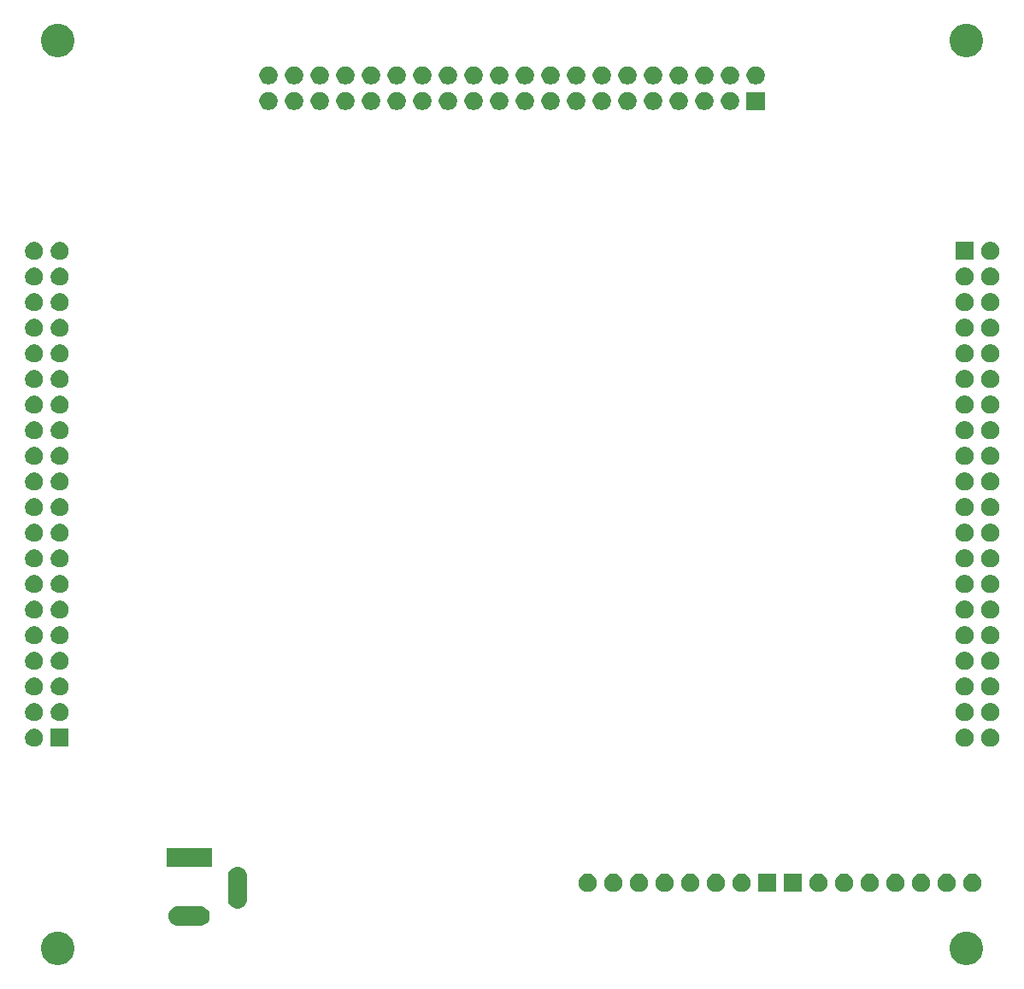
<source format=gbr>
G04 #@! TF.GenerationSoftware,KiCad,Pcbnew,(5.1.6-0-10_14)*
G04 #@! TF.CreationDate,2021-01-21T22:24:26+01:00*
G04 #@! TF.ProjectId,io,696f2e6b-6963-4616-945f-706362585858,3*
G04 #@! TF.SameCoordinates,Original*
G04 #@! TF.FileFunction,Soldermask,Bot*
G04 #@! TF.FilePolarity,Negative*
%FSLAX46Y46*%
G04 Gerber Fmt 4.6, Leading zero omitted, Abs format (unit mm)*
G04 Created by KiCad (PCBNEW (5.1.6-0-10_14)) date 2021-01-21 22:24:26*
%MOMM*%
%LPD*%
G01*
G04 APERTURE LIST*
%ADD10C,0.100000*%
G04 APERTURE END LIST*
D10*
G36*
X195375256Y-143391298D02*
G01*
X195481579Y-143412447D01*
X195782042Y-143536903D01*
X196052451Y-143717585D01*
X196282415Y-143947549D01*
X196463097Y-144217958D01*
X196587553Y-144518421D01*
X196651000Y-144837391D01*
X196651000Y-145162609D01*
X196587553Y-145481579D01*
X196463097Y-145782042D01*
X196282415Y-146052451D01*
X196052451Y-146282415D01*
X195782042Y-146463097D01*
X195481579Y-146587553D01*
X195375256Y-146608702D01*
X195162611Y-146651000D01*
X194837389Y-146651000D01*
X194624744Y-146608702D01*
X194518421Y-146587553D01*
X194217958Y-146463097D01*
X193947549Y-146282415D01*
X193717585Y-146052451D01*
X193536903Y-145782042D01*
X193412447Y-145481579D01*
X193349000Y-145162609D01*
X193349000Y-144837391D01*
X193412447Y-144518421D01*
X193536903Y-144217958D01*
X193717585Y-143947549D01*
X193947549Y-143717585D01*
X194217958Y-143536903D01*
X194518421Y-143412447D01*
X194624744Y-143391298D01*
X194837389Y-143349000D01*
X195162611Y-143349000D01*
X195375256Y-143391298D01*
G37*
G36*
X105375256Y-143391298D02*
G01*
X105481579Y-143412447D01*
X105782042Y-143536903D01*
X106052451Y-143717585D01*
X106282415Y-143947549D01*
X106463097Y-144217958D01*
X106587553Y-144518421D01*
X106651000Y-144837391D01*
X106651000Y-145162609D01*
X106587553Y-145481579D01*
X106463097Y-145782042D01*
X106282415Y-146052451D01*
X106052451Y-146282415D01*
X105782042Y-146463097D01*
X105481579Y-146587553D01*
X105375256Y-146608702D01*
X105162611Y-146651000D01*
X104837389Y-146651000D01*
X104624744Y-146608702D01*
X104518421Y-146587553D01*
X104217958Y-146463097D01*
X103947549Y-146282415D01*
X103717585Y-146052451D01*
X103536903Y-145782042D01*
X103412447Y-145481579D01*
X103349000Y-145162609D01*
X103349000Y-144837391D01*
X103412447Y-144518421D01*
X103536903Y-144217958D01*
X103717585Y-143947549D01*
X103947549Y-143717585D01*
X104217958Y-143536903D01*
X104518421Y-143412447D01*
X104624744Y-143391298D01*
X104837389Y-143349000D01*
X105162611Y-143349000D01*
X105375256Y-143391298D01*
G37*
G36*
X119286425Y-140862760D02*
G01*
X119286428Y-140862761D01*
X119286429Y-140862761D01*
X119465693Y-140917140D01*
X119465696Y-140917142D01*
X119465697Y-140917142D01*
X119630903Y-141005446D01*
X119775712Y-141124288D01*
X119894554Y-141269097D01*
X119982858Y-141434303D01*
X119982860Y-141434307D01*
X120037239Y-141613571D01*
X120037240Y-141613575D01*
X120055601Y-141800000D01*
X120037240Y-141986425D01*
X120037239Y-141986428D01*
X120037239Y-141986429D01*
X119982860Y-142165693D01*
X119982858Y-142165696D01*
X119982858Y-142165697D01*
X119894554Y-142330903D01*
X119775712Y-142475712D01*
X119630903Y-142594554D01*
X119465697Y-142682858D01*
X119465693Y-142682860D01*
X119286429Y-142737239D01*
X119286428Y-142737239D01*
X119286425Y-142737240D01*
X119146718Y-142751000D01*
X116853282Y-142751000D01*
X116713575Y-142737240D01*
X116713572Y-142737239D01*
X116713571Y-142737239D01*
X116534307Y-142682860D01*
X116534303Y-142682858D01*
X116369097Y-142594554D01*
X116224288Y-142475712D01*
X116105446Y-142330903D01*
X116017142Y-142165697D01*
X116017142Y-142165696D01*
X116017140Y-142165693D01*
X115962761Y-141986429D01*
X115962761Y-141986428D01*
X115962760Y-141986425D01*
X115944399Y-141800000D01*
X115962760Y-141613575D01*
X115962761Y-141613571D01*
X116017140Y-141434307D01*
X116017142Y-141434303D01*
X116105446Y-141269097D01*
X116224288Y-141124288D01*
X116369097Y-141005446D01*
X116534303Y-140917142D01*
X116534304Y-140917142D01*
X116534307Y-140917140D01*
X116713571Y-140862761D01*
X116713572Y-140862761D01*
X116713575Y-140862760D01*
X116853282Y-140849000D01*
X119146718Y-140849000D01*
X119286425Y-140862760D01*
G37*
G36*
X122986424Y-136962760D02*
G01*
X122986427Y-136962761D01*
X122986428Y-136962761D01*
X123165692Y-137017140D01*
X123165695Y-137017142D01*
X123165696Y-137017142D01*
X123330903Y-137105446D01*
X123475712Y-137224288D01*
X123594554Y-137369097D01*
X123682858Y-137534303D01*
X123682860Y-137534307D01*
X123737239Y-137713571D01*
X123737240Y-137713575D01*
X123751000Y-137853282D01*
X123751000Y-140146718D01*
X123737240Y-140286425D01*
X123737239Y-140286428D01*
X123737239Y-140286429D01*
X123682860Y-140465693D01*
X123682858Y-140465696D01*
X123682858Y-140465697D01*
X123594554Y-140630903D01*
X123475712Y-140775712D01*
X123330903Y-140894554D01*
X123165697Y-140982858D01*
X123165693Y-140982860D01*
X122986429Y-141037239D01*
X122986428Y-141037239D01*
X122986425Y-141037240D01*
X122800000Y-141055601D01*
X122613576Y-141037240D01*
X122613573Y-141037239D01*
X122613572Y-141037239D01*
X122434308Y-140982860D01*
X122434304Y-140982858D01*
X122269098Y-140894554D01*
X122124289Y-140775712D01*
X122005447Y-140630903D01*
X121917143Y-140465697D01*
X121917143Y-140465696D01*
X121917141Y-140465693D01*
X121862762Y-140286429D01*
X121862762Y-140286428D01*
X121862761Y-140286425D01*
X121849001Y-140146718D01*
X121849000Y-137853283D01*
X121862760Y-137713576D01*
X121862761Y-137713572D01*
X121917140Y-137534308D01*
X121917143Y-137534303D01*
X122005446Y-137369097D01*
X122124288Y-137224288D01*
X122269097Y-137105446D01*
X122434303Y-137017142D01*
X122434304Y-137017142D01*
X122434307Y-137017140D01*
X122613571Y-136962761D01*
X122613572Y-136962761D01*
X122613575Y-136962760D01*
X122800000Y-136944399D01*
X122986424Y-136962760D01*
G37*
G36*
X185533512Y-137603927D02*
G01*
X185682812Y-137633624D01*
X185846784Y-137701544D01*
X185994354Y-137800147D01*
X186119853Y-137925646D01*
X186218456Y-138073216D01*
X186286376Y-138237188D01*
X186321000Y-138411259D01*
X186321000Y-138588741D01*
X186286376Y-138762812D01*
X186218456Y-138926784D01*
X186119853Y-139074354D01*
X185994354Y-139199853D01*
X185846784Y-139298456D01*
X185682812Y-139366376D01*
X185533512Y-139396073D01*
X185508742Y-139401000D01*
X185331258Y-139401000D01*
X185306488Y-139396073D01*
X185157188Y-139366376D01*
X184993216Y-139298456D01*
X184845646Y-139199853D01*
X184720147Y-139074354D01*
X184621544Y-138926784D01*
X184553624Y-138762812D01*
X184519000Y-138588741D01*
X184519000Y-138411259D01*
X184553624Y-138237188D01*
X184621544Y-138073216D01*
X184720147Y-137925646D01*
X184845646Y-137800147D01*
X184993216Y-137701544D01*
X185157188Y-137633624D01*
X185306488Y-137603927D01*
X185331258Y-137599000D01*
X185508742Y-137599000D01*
X185533512Y-137603927D01*
G37*
G36*
X182993512Y-137603927D02*
G01*
X183142812Y-137633624D01*
X183306784Y-137701544D01*
X183454354Y-137800147D01*
X183579853Y-137925646D01*
X183678456Y-138073216D01*
X183746376Y-138237188D01*
X183781000Y-138411259D01*
X183781000Y-138588741D01*
X183746376Y-138762812D01*
X183678456Y-138926784D01*
X183579853Y-139074354D01*
X183454354Y-139199853D01*
X183306784Y-139298456D01*
X183142812Y-139366376D01*
X182993512Y-139396073D01*
X182968742Y-139401000D01*
X182791258Y-139401000D01*
X182766488Y-139396073D01*
X182617188Y-139366376D01*
X182453216Y-139298456D01*
X182305646Y-139199853D01*
X182180147Y-139074354D01*
X182081544Y-138926784D01*
X182013624Y-138762812D01*
X181979000Y-138588741D01*
X181979000Y-138411259D01*
X182013624Y-138237188D01*
X182081544Y-138073216D01*
X182180147Y-137925646D01*
X182305646Y-137800147D01*
X182453216Y-137701544D01*
X182617188Y-137633624D01*
X182766488Y-137603927D01*
X182791258Y-137599000D01*
X182968742Y-137599000D01*
X182993512Y-137603927D01*
G37*
G36*
X180453512Y-137603927D02*
G01*
X180602812Y-137633624D01*
X180766784Y-137701544D01*
X180914354Y-137800147D01*
X181039853Y-137925646D01*
X181138456Y-138073216D01*
X181206376Y-138237188D01*
X181241000Y-138411259D01*
X181241000Y-138588741D01*
X181206376Y-138762812D01*
X181138456Y-138926784D01*
X181039853Y-139074354D01*
X180914354Y-139199853D01*
X180766784Y-139298456D01*
X180602812Y-139366376D01*
X180453512Y-139396073D01*
X180428742Y-139401000D01*
X180251258Y-139401000D01*
X180226488Y-139396073D01*
X180077188Y-139366376D01*
X179913216Y-139298456D01*
X179765646Y-139199853D01*
X179640147Y-139074354D01*
X179541544Y-138926784D01*
X179473624Y-138762812D01*
X179439000Y-138588741D01*
X179439000Y-138411259D01*
X179473624Y-138237188D01*
X179541544Y-138073216D01*
X179640147Y-137925646D01*
X179765646Y-137800147D01*
X179913216Y-137701544D01*
X180077188Y-137633624D01*
X180226488Y-137603927D01*
X180251258Y-137599000D01*
X180428742Y-137599000D01*
X180453512Y-137603927D01*
G37*
G36*
X178701000Y-139401000D02*
G01*
X176899000Y-139401000D01*
X176899000Y-137599000D01*
X178701000Y-137599000D01*
X178701000Y-139401000D01*
G37*
G36*
X176161000Y-139401000D02*
G01*
X174359000Y-139401000D01*
X174359000Y-137599000D01*
X176161000Y-137599000D01*
X176161000Y-139401000D01*
G37*
G36*
X172833512Y-137603927D02*
G01*
X172982812Y-137633624D01*
X173146784Y-137701544D01*
X173294354Y-137800147D01*
X173419853Y-137925646D01*
X173518456Y-138073216D01*
X173586376Y-138237188D01*
X173621000Y-138411259D01*
X173621000Y-138588741D01*
X173586376Y-138762812D01*
X173518456Y-138926784D01*
X173419853Y-139074354D01*
X173294354Y-139199853D01*
X173146784Y-139298456D01*
X172982812Y-139366376D01*
X172833512Y-139396073D01*
X172808742Y-139401000D01*
X172631258Y-139401000D01*
X172606488Y-139396073D01*
X172457188Y-139366376D01*
X172293216Y-139298456D01*
X172145646Y-139199853D01*
X172020147Y-139074354D01*
X171921544Y-138926784D01*
X171853624Y-138762812D01*
X171819000Y-138588741D01*
X171819000Y-138411259D01*
X171853624Y-138237188D01*
X171921544Y-138073216D01*
X172020147Y-137925646D01*
X172145646Y-137800147D01*
X172293216Y-137701544D01*
X172457188Y-137633624D01*
X172606488Y-137603927D01*
X172631258Y-137599000D01*
X172808742Y-137599000D01*
X172833512Y-137603927D01*
G37*
G36*
X170293512Y-137603927D02*
G01*
X170442812Y-137633624D01*
X170606784Y-137701544D01*
X170754354Y-137800147D01*
X170879853Y-137925646D01*
X170978456Y-138073216D01*
X171046376Y-138237188D01*
X171081000Y-138411259D01*
X171081000Y-138588741D01*
X171046376Y-138762812D01*
X170978456Y-138926784D01*
X170879853Y-139074354D01*
X170754354Y-139199853D01*
X170606784Y-139298456D01*
X170442812Y-139366376D01*
X170293512Y-139396073D01*
X170268742Y-139401000D01*
X170091258Y-139401000D01*
X170066488Y-139396073D01*
X169917188Y-139366376D01*
X169753216Y-139298456D01*
X169605646Y-139199853D01*
X169480147Y-139074354D01*
X169381544Y-138926784D01*
X169313624Y-138762812D01*
X169279000Y-138588741D01*
X169279000Y-138411259D01*
X169313624Y-138237188D01*
X169381544Y-138073216D01*
X169480147Y-137925646D01*
X169605646Y-137800147D01*
X169753216Y-137701544D01*
X169917188Y-137633624D01*
X170066488Y-137603927D01*
X170091258Y-137599000D01*
X170268742Y-137599000D01*
X170293512Y-137603927D01*
G37*
G36*
X167753512Y-137603927D02*
G01*
X167902812Y-137633624D01*
X168066784Y-137701544D01*
X168214354Y-137800147D01*
X168339853Y-137925646D01*
X168438456Y-138073216D01*
X168506376Y-138237188D01*
X168541000Y-138411259D01*
X168541000Y-138588741D01*
X168506376Y-138762812D01*
X168438456Y-138926784D01*
X168339853Y-139074354D01*
X168214354Y-139199853D01*
X168066784Y-139298456D01*
X167902812Y-139366376D01*
X167753512Y-139396073D01*
X167728742Y-139401000D01*
X167551258Y-139401000D01*
X167526488Y-139396073D01*
X167377188Y-139366376D01*
X167213216Y-139298456D01*
X167065646Y-139199853D01*
X166940147Y-139074354D01*
X166841544Y-138926784D01*
X166773624Y-138762812D01*
X166739000Y-138588741D01*
X166739000Y-138411259D01*
X166773624Y-138237188D01*
X166841544Y-138073216D01*
X166940147Y-137925646D01*
X167065646Y-137800147D01*
X167213216Y-137701544D01*
X167377188Y-137633624D01*
X167526488Y-137603927D01*
X167551258Y-137599000D01*
X167728742Y-137599000D01*
X167753512Y-137603927D01*
G37*
G36*
X165213512Y-137603927D02*
G01*
X165362812Y-137633624D01*
X165526784Y-137701544D01*
X165674354Y-137800147D01*
X165799853Y-137925646D01*
X165898456Y-138073216D01*
X165966376Y-138237188D01*
X166001000Y-138411259D01*
X166001000Y-138588741D01*
X165966376Y-138762812D01*
X165898456Y-138926784D01*
X165799853Y-139074354D01*
X165674354Y-139199853D01*
X165526784Y-139298456D01*
X165362812Y-139366376D01*
X165213512Y-139396073D01*
X165188742Y-139401000D01*
X165011258Y-139401000D01*
X164986488Y-139396073D01*
X164837188Y-139366376D01*
X164673216Y-139298456D01*
X164525646Y-139199853D01*
X164400147Y-139074354D01*
X164301544Y-138926784D01*
X164233624Y-138762812D01*
X164199000Y-138588741D01*
X164199000Y-138411259D01*
X164233624Y-138237188D01*
X164301544Y-138073216D01*
X164400147Y-137925646D01*
X164525646Y-137800147D01*
X164673216Y-137701544D01*
X164837188Y-137633624D01*
X164986488Y-137603927D01*
X165011258Y-137599000D01*
X165188742Y-137599000D01*
X165213512Y-137603927D01*
G37*
G36*
X162673512Y-137603927D02*
G01*
X162822812Y-137633624D01*
X162986784Y-137701544D01*
X163134354Y-137800147D01*
X163259853Y-137925646D01*
X163358456Y-138073216D01*
X163426376Y-138237188D01*
X163461000Y-138411259D01*
X163461000Y-138588741D01*
X163426376Y-138762812D01*
X163358456Y-138926784D01*
X163259853Y-139074354D01*
X163134354Y-139199853D01*
X162986784Y-139298456D01*
X162822812Y-139366376D01*
X162673512Y-139396073D01*
X162648742Y-139401000D01*
X162471258Y-139401000D01*
X162446488Y-139396073D01*
X162297188Y-139366376D01*
X162133216Y-139298456D01*
X161985646Y-139199853D01*
X161860147Y-139074354D01*
X161761544Y-138926784D01*
X161693624Y-138762812D01*
X161659000Y-138588741D01*
X161659000Y-138411259D01*
X161693624Y-138237188D01*
X161761544Y-138073216D01*
X161860147Y-137925646D01*
X161985646Y-137800147D01*
X162133216Y-137701544D01*
X162297188Y-137633624D01*
X162446488Y-137603927D01*
X162471258Y-137599000D01*
X162648742Y-137599000D01*
X162673512Y-137603927D01*
G37*
G36*
X160133512Y-137603927D02*
G01*
X160282812Y-137633624D01*
X160446784Y-137701544D01*
X160594354Y-137800147D01*
X160719853Y-137925646D01*
X160818456Y-138073216D01*
X160886376Y-138237188D01*
X160921000Y-138411259D01*
X160921000Y-138588741D01*
X160886376Y-138762812D01*
X160818456Y-138926784D01*
X160719853Y-139074354D01*
X160594354Y-139199853D01*
X160446784Y-139298456D01*
X160282812Y-139366376D01*
X160133512Y-139396073D01*
X160108742Y-139401000D01*
X159931258Y-139401000D01*
X159906488Y-139396073D01*
X159757188Y-139366376D01*
X159593216Y-139298456D01*
X159445646Y-139199853D01*
X159320147Y-139074354D01*
X159221544Y-138926784D01*
X159153624Y-138762812D01*
X159119000Y-138588741D01*
X159119000Y-138411259D01*
X159153624Y-138237188D01*
X159221544Y-138073216D01*
X159320147Y-137925646D01*
X159445646Y-137800147D01*
X159593216Y-137701544D01*
X159757188Y-137633624D01*
X159906488Y-137603927D01*
X159931258Y-137599000D01*
X160108742Y-137599000D01*
X160133512Y-137603927D01*
G37*
G36*
X157593512Y-137603927D02*
G01*
X157742812Y-137633624D01*
X157906784Y-137701544D01*
X158054354Y-137800147D01*
X158179853Y-137925646D01*
X158278456Y-138073216D01*
X158346376Y-138237188D01*
X158381000Y-138411259D01*
X158381000Y-138588741D01*
X158346376Y-138762812D01*
X158278456Y-138926784D01*
X158179853Y-139074354D01*
X158054354Y-139199853D01*
X157906784Y-139298456D01*
X157742812Y-139366376D01*
X157593512Y-139396073D01*
X157568742Y-139401000D01*
X157391258Y-139401000D01*
X157366488Y-139396073D01*
X157217188Y-139366376D01*
X157053216Y-139298456D01*
X156905646Y-139199853D01*
X156780147Y-139074354D01*
X156681544Y-138926784D01*
X156613624Y-138762812D01*
X156579000Y-138588741D01*
X156579000Y-138411259D01*
X156613624Y-138237188D01*
X156681544Y-138073216D01*
X156780147Y-137925646D01*
X156905646Y-137800147D01*
X157053216Y-137701544D01*
X157217188Y-137633624D01*
X157366488Y-137603927D01*
X157391258Y-137599000D01*
X157568742Y-137599000D01*
X157593512Y-137603927D01*
G37*
G36*
X188073512Y-137603927D02*
G01*
X188222812Y-137633624D01*
X188386784Y-137701544D01*
X188534354Y-137800147D01*
X188659853Y-137925646D01*
X188758456Y-138073216D01*
X188826376Y-138237188D01*
X188861000Y-138411259D01*
X188861000Y-138588741D01*
X188826376Y-138762812D01*
X188758456Y-138926784D01*
X188659853Y-139074354D01*
X188534354Y-139199853D01*
X188386784Y-139298456D01*
X188222812Y-139366376D01*
X188073512Y-139396073D01*
X188048742Y-139401000D01*
X187871258Y-139401000D01*
X187846488Y-139396073D01*
X187697188Y-139366376D01*
X187533216Y-139298456D01*
X187385646Y-139199853D01*
X187260147Y-139074354D01*
X187161544Y-138926784D01*
X187093624Y-138762812D01*
X187059000Y-138588741D01*
X187059000Y-138411259D01*
X187093624Y-138237188D01*
X187161544Y-138073216D01*
X187260147Y-137925646D01*
X187385646Y-137800147D01*
X187533216Y-137701544D01*
X187697188Y-137633624D01*
X187846488Y-137603927D01*
X187871258Y-137599000D01*
X188048742Y-137599000D01*
X188073512Y-137603927D01*
G37*
G36*
X190613512Y-137603927D02*
G01*
X190762812Y-137633624D01*
X190926784Y-137701544D01*
X191074354Y-137800147D01*
X191199853Y-137925646D01*
X191298456Y-138073216D01*
X191366376Y-138237188D01*
X191401000Y-138411259D01*
X191401000Y-138588741D01*
X191366376Y-138762812D01*
X191298456Y-138926784D01*
X191199853Y-139074354D01*
X191074354Y-139199853D01*
X190926784Y-139298456D01*
X190762812Y-139366376D01*
X190613512Y-139396073D01*
X190588742Y-139401000D01*
X190411258Y-139401000D01*
X190386488Y-139396073D01*
X190237188Y-139366376D01*
X190073216Y-139298456D01*
X189925646Y-139199853D01*
X189800147Y-139074354D01*
X189701544Y-138926784D01*
X189633624Y-138762812D01*
X189599000Y-138588741D01*
X189599000Y-138411259D01*
X189633624Y-138237188D01*
X189701544Y-138073216D01*
X189800147Y-137925646D01*
X189925646Y-137800147D01*
X190073216Y-137701544D01*
X190237188Y-137633624D01*
X190386488Y-137603927D01*
X190411258Y-137599000D01*
X190588742Y-137599000D01*
X190613512Y-137603927D01*
G37*
G36*
X195693512Y-137603927D02*
G01*
X195842812Y-137633624D01*
X196006784Y-137701544D01*
X196154354Y-137800147D01*
X196279853Y-137925646D01*
X196378456Y-138073216D01*
X196446376Y-138237188D01*
X196481000Y-138411259D01*
X196481000Y-138588741D01*
X196446376Y-138762812D01*
X196378456Y-138926784D01*
X196279853Y-139074354D01*
X196154354Y-139199853D01*
X196006784Y-139298456D01*
X195842812Y-139366376D01*
X195693512Y-139396073D01*
X195668742Y-139401000D01*
X195491258Y-139401000D01*
X195466488Y-139396073D01*
X195317188Y-139366376D01*
X195153216Y-139298456D01*
X195005646Y-139199853D01*
X194880147Y-139074354D01*
X194781544Y-138926784D01*
X194713624Y-138762812D01*
X194679000Y-138588741D01*
X194679000Y-138411259D01*
X194713624Y-138237188D01*
X194781544Y-138073216D01*
X194880147Y-137925646D01*
X195005646Y-137800147D01*
X195153216Y-137701544D01*
X195317188Y-137633624D01*
X195466488Y-137603927D01*
X195491258Y-137599000D01*
X195668742Y-137599000D01*
X195693512Y-137603927D01*
G37*
G36*
X193153512Y-137603927D02*
G01*
X193302812Y-137633624D01*
X193466784Y-137701544D01*
X193614354Y-137800147D01*
X193739853Y-137925646D01*
X193838456Y-138073216D01*
X193906376Y-138237188D01*
X193941000Y-138411259D01*
X193941000Y-138588741D01*
X193906376Y-138762812D01*
X193838456Y-138926784D01*
X193739853Y-139074354D01*
X193614354Y-139199853D01*
X193466784Y-139298456D01*
X193302812Y-139366376D01*
X193153512Y-139396073D01*
X193128742Y-139401000D01*
X192951258Y-139401000D01*
X192926488Y-139396073D01*
X192777188Y-139366376D01*
X192613216Y-139298456D01*
X192465646Y-139199853D01*
X192340147Y-139074354D01*
X192241544Y-138926784D01*
X192173624Y-138762812D01*
X192139000Y-138588741D01*
X192139000Y-138411259D01*
X192173624Y-138237188D01*
X192241544Y-138073216D01*
X192340147Y-137925646D01*
X192465646Y-137800147D01*
X192613216Y-137701544D01*
X192777188Y-137633624D01*
X192926488Y-137603927D01*
X192951258Y-137599000D01*
X193128742Y-137599000D01*
X193153512Y-137603927D01*
G37*
G36*
X120251000Y-136951000D02*
G01*
X115749000Y-136951000D01*
X115749000Y-135049000D01*
X120251000Y-135049000D01*
X120251000Y-136951000D01*
G37*
G36*
X197471512Y-123233927D02*
G01*
X197620812Y-123263624D01*
X197784784Y-123331544D01*
X197932354Y-123430147D01*
X198057853Y-123555646D01*
X198156456Y-123703216D01*
X198224376Y-123867188D01*
X198259000Y-124041259D01*
X198259000Y-124218741D01*
X198224376Y-124392812D01*
X198156456Y-124556784D01*
X198057853Y-124704354D01*
X197932354Y-124829853D01*
X197784784Y-124928456D01*
X197620812Y-124996376D01*
X197471512Y-125026073D01*
X197446742Y-125031000D01*
X197269258Y-125031000D01*
X197244488Y-125026073D01*
X197095188Y-124996376D01*
X196931216Y-124928456D01*
X196783646Y-124829853D01*
X196658147Y-124704354D01*
X196559544Y-124556784D01*
X196491624Y-124392812D01*
X196457000Y-124218741D01*
X196457000Y-124041259D01*
X196491624Y-123867188D01*
X196559544Y-123703216D01*
X196658147Y-123555646D01*
X196783646Y-123430147D01*
X196931216Y-123331544D01*
X197095188Y-123263624D01*
X197244488Y-123233927D01*
X197269258Y-123229000D01*
X197446742Y-123229000D01*
X197471512Y-123233927D01*
G37*
G36*
X106083000Y-125031000D02*
G01*
X104281000Y-125031000D01*
X104281000Y-123229000D01*
X106083000Y-123229000D01*
X106083000Y-125031000D01*
G37*
G36*
X194931512Y-123233927D02*
G01*
X195080812Y-123263624D01*
X195244784Y-123331544D01*
X195392354Y-123430147D01*
X195517853Y-123555646D01*
X195616456Y-123703216D01*
X195684376Y-123867188D01*
X195719000Y-124041259D01*
X195719000Y-124218741D01*
X195684376Y-124392812D01*
X195616456Y-124556784D01*
X195517853Y-124704354D01*
X195392354Y-124829853D01*
X195244784Y-124928456D01*
X195080812Y-124996376D01*
X194931512Y-125026073D01*
X194906742Y-125031000D01*
X194729258Y-125031000D01*
X194704488Y-125026073D01*
X194555188Y-124996376D01*
X194391216Y-124928456D01*
X194243646Y-124829853D01*
X194118147Y-124704354D01*
X194019544Y-124556784D01*
X193951624Y-124392812D01*
X193917000Y-124218741D01*
X193917000Y-124041259D01*
X193951624Y-123867188D01*
X194019544Y-123703216D01*
X194118147Y-123555646D01*
X194243646Y-123430147D01*
X194391216Y-123331544D01*
X194555188Y-123263624D01*
X194704488Y-123233927D01*
X194729258Y-123229000D01*
X194906742Y-123229000D01*
X194931512Y-123233927D01*
G37*
G36*
X102755512Y-123233927D02*
G01*
X102904812Y-123263624D01*
X103068784Y-123331544D01*
X103216354Y-123430147D01*
X103341853Y-123555646D01*
X103440456Y-123703216D01*
X103508376Y-123867188D01*
X103543000Y-124041259D01*
X103543000Y-124218741D01*
X103508376Y-124392812D01*
X103440456Y-124556784D01*
X103341853Y-124704354D01*
X103216354Y-124829853D01*
X103068784Y-124928456D01*
X102904812Y-124996376D01*
X102755512Y-125026073D01*
X102730742Y-125031000D01*
X102553258Y-125031000D01*
X102528488Y-125026073D01*
X102379188Y-124996376D01*
X102215216Y-124928456D01*
X102067646Y-124829853D01*
X101942147Y-124704354D01*
X101843544Y-124556784D01*
X101775624Y-124392812D01*
X101741000Y-124218741D01*
X101741000Y-124041259D01*
X101775624Y-123867188D01*
X101843544Y-123703216D01*
X101942147Y-123555646D01*
X102067646Y-123430147D01*
X102215216Y-123331544D01*
X102379188Y-123263624D01*
X102528488Y-123233927D01*
X102553258Y-123229000D01*
X102730742Y-123229000D01*
X102755512Y-123233927D01*
G37*
G36*
X194931512Y-120693927D02*
G01*
X195080812Y-120723624D01*
X195244784Y-120791544D01*
X195392354Y-120890147D01*
X195517853Y-121015646D01*
X195616456Y-121163216D01*
X195684376Y-121327188D01*
X195719000Y-121501259D01*
X195719000Y-121678741D01*
X195684376Y-121852812D01*
X195616456Y-122016784D01*
X195517853Y-122164354D01*
X195392354Y-122289853D01*
X195244784Y-122388456D01*
X195080812Y-122456376D01*
X194931512Y-122486073D01*
X194906742Y-122491000D01*
X194729258Y-122491000D01*
X194704488Y-122486073D01*
X194555188Y-122456376D01*
X194391216Y-122388456D01*
X194243646Y-122289853D01*
X194118147Y-122164354D01*
X194019544Y-122016784D01*
X193951624Y-121852812D01*
X193917000Y-121678741D01*
X193917000Y-121501259D01*
X193951624Y-121327188D01*
X194019544Y-121163216D01*
X194118147Y-121015646D01*
X194243646Y-120890147D01*
X194391216Y-120791544D01*
X194555188Y-120723624D01*
X194704488Y-120693927D01*
X194729258Y-120689000D01*
X194906742Y-120689000D01*
X194931512Y-120693927D01*
G37*
G36*
X102755512Y-120693927D02*
G01*
X102904812Y-120723624D01*
X103068784Y-120791544D01*
X103216354Y-120890147D01*
X103341853Y-121015646D01*
X103440456Y-121163216D01*
X103508376Y-121327188D01*
X103543000Y-121501259D01*
X103543000Y-121678741D01*
X103508376Y-121852812D01*
X103440456Y-122016784D01*
X103341853Y-122164354D01*
X103216354Y-122289853D01*
X103068784Y-122388456D01*
X102904812Y-122456376D01*
X102755512Y-122486073D01*
X102730742Y-122491000D01*
X102553258Y-122491000D01*
X102528488Y-122486073D01*
X102379188Y-122456376D01*
X102215216Y-122388456D01*
X102067646Y-122289853D01*
X101942147Y-122164354D01*
X101843544Y-122016784D01*
X101775624Y-121852812D01*
X101741000Y-121678741D01*
X101741000Y-121501259D01*
X101775624Y-121327188D01*
X101843544Y-121163216D01*
X101942147Y-121015646D01*
X102067646Y-120890147D01*
X102215216Y-120791544D01*
X102379188Y-120723624D01*
X102528488Y-120693927D01*
X102553258Y-120689000D01*
X102730742Y-120689000D01*
X102755512Y-120693927D01*
G37*
G36*
X105295512Y-120693927D02*
G01*
X105444812Y-120723624D01*
X105608784Y-120791544D01*
X105756354Y-120890147D01*
X105881853Y-121015646D01*
X105980456Y-121163216D01*
X106048376Y-121327188D01*
X106083000Y-121501259D01*
X106083000Y-121678741D01*
X106048376Y-121852812D01*
X105980456Y-122016784D01*
X105881853Y-122164354D01*
X105756354Y-122289853D01*
X105608784Y-122388456D01*
X105444812Y-122456376D01*
X105295512Y-122486073D01*
X105270742Y-122491000D01*
X105093258Y-122491000D01*
X105068488Y-122486073D01*
X104919188Y-122456376D01*
X104755216Y-122388456D01*
X104607646Y-122289853D01*
X104482147Y-122164354D01*
X104383544Y-122016784D01*
X104315624Y-121852812D01*
X104281000Y-121678741D01*
X104281000Y-121501259D01*
X104315624Y-121327188D01*
X104383544Y-121163216D01*
X104482147Y-121015646D01*
X104607646Y-120890147D01*
X104755216Y-120791544D01*
X104919188Y-120723624D01*
X105068488Y-120693927D01*
X105093258Y-120689000D01*
X105270742Y-120689000D01*
X105295512Y-120693927D01*
G37*
G36*
X197471512Y-120693927D02*
G01*
X197620812Y-120723624D01*
X197784784Y-120791544D01*
X197932354Y-120890147D01*
X198057853Y-121015646D01*
X198156456Y-121163216D01*
X198224376Y-121327188D01*
X198259000Y-121501259D01*
X198259000Y-121678741D01*
X198224376Y-121852812D01*
X198156456Y-122016784D01*
X198057853Y-122164354D01*
X197932354Y-122289853D01*
X197784784Y-122388456D01*
X197620812Y-122456376D01*
X197471512Y-122486073D01*
X197446742Y-122491000D01*
X197269258Y-122491000D01*
X197244488Y-122486073D01*
X197095188Y-122456376D01*
X196931216Y-122388456D01*
X196783646Y-122289853D01*
X196658147Y-122164354D01*
X196559544Y-122016784D01*
X196491624Y-121852812D01*
X196457000Y-121678741D01*
X196457000Y-121501259D01*
X196491624Y-121327188D01*
X196559544Y-121163216D01*
X196658147Y-121015646D01*
X196783646Y-120890147D01*
X196931216Y-120791544D01*
X197095188Y-120723624D01*
X197244488Y-120693927D01*
X197269258Y-120689000D01*
X197446742Y-120689000D01*
X197471512Y-120693927D01*
G37*
G36*
X105295512Y-118153927D02*
G01*
X105444812Y-118183624D01*
X105608784Y-118251544D01*
X105756354Y-118350147D01*
X105881853Y-118475646D01*
X105980456Y-118623216D01*
X106048376Y-118787188D01*
X106083000Y-118961259D01*
X106083000Y-119138741D01*
X106048376Y-119312812D01*
X105980456Y-119476784D01*
X105881853Y-119624354D01*
X105756354Y-119749853D01*
X105608784Y-119848456D01*
X105444812Y-119916376D01*
X105295512Y-119946073D01*
X105270742Y-119951000D01*
X105093258Y-119951000D01*
X105068488Y-119946073D01*
X104919188Y-119916376D01*
X104755216Y-119848456D01*
X104607646Y-119749853D01*
X104482147Y-119624354D01*
X104383544Y-119476784D01*
X104315624Y-119312812D01*
X104281000Y-119138741D01*
X104281000Y-118961259D01*
X104315624Y-118787188D01*
X104383544Y-118623216D01*
X104482147Y-118475646D01*
X104607646Y-118350147D01*
X104755216Y-118251544D01*
X104919188Y-118183624D01*
X105068488Y-118153927D01*
X105093258Y-118149000D01*
X105270742Y-118149000D01*
X105295512Y-118153927D01*
G37*
G36*
X102755512Y-118153927D02*
G01*
X102904812Y-118183624D01*
X103068784Y-118251544D01*
X103216354Y-118350147D01*
X103341853Y-118475646D01*
X103440456Y-118623216D01*
X103508376Y-118787188D01*
X103543000Y-118961259D01*
X103543000Y-119138741D01*
X103508376Y-119312812D01*
X103440456Y-119476784D01*
X103341853Y-119624354D01*
X103216354Y-119749853D01*
X103068784Y-119848456D01*
X102904812Y-119916376D01*
X102755512Y-119946073D01*
X102730742Y-119951000D01*
X102553258Y-119951000D01*
X102528488Y-119946073D01*
X102379188Y-119916376D01*
X102215216Y-119848456D01*
X102067646Y-119749853D01*
X101942147Y-119624354D01*
X101843544Y-119476784D01*
X101775624Y-119312812D01*
X101741000Y-119138741D01*
X101741000Y-118961259D01*
X101775624Y-118787188D01*
X101843544Y-118623216D01*
X101942147Y-118475646D01*
X102067646Y-118350147D01*
X102215216Y-118251544D01*
X102379188Y-118183624D01*
X102528488Y-118153927D01*
X102553258Y-118149000D01*
X102730742Y-118149000D01*
X102755512Y-118153927D01*
G37*
G36*
X194931512Y-118153927D02*
G01*
X195080812Y-118183624D01*
X195244784Y-118251544D01*
X195392354Y-118350147D01*
X195517853Y-118475646D01*
X195616456Y-118623216D01*
X195684376Y-118787188D01*
X195719000Y-118961259D01*
X195719000Y-119138741D01*
X195684376Y-119312812D01*
X195616456Y-119476784D01*
X195517853Y-119624354D01*
X195392354Y-119749853D01*
X195244784Y-119848456D01*
X195080812Y-119916376D01*
X194931512Y-119946073D01*
X194906742Y-119951000D01*
X194729258Y-119951000D01*
X194704488Y-119946073D01*
X194555188Y-119916376D01*
X194391216Y-119848456D01*
X194243646Y-119749853D01*
X194118147Y-119624354D01*
X194019544Y-119476784D01*
X193951624Y-119312812D01*
X193917000Y-119138741D01*
X193917000Y-118961259D01*
X193951624Y-118787188D01*
X194019544Y-118623216D01*
X194118147Y-118475646D01*
X194243646Y-118350147D01*
X194391216Y-118251544D01*
X194555188Y-118183624D01*
X194704488Y-118153927D01*
X194729258Y-118149000D01*
X194906742Y-118149000D01*
X194931512Y-118153927D01*
G37*
G36*
X197471512Y-118153927D02*
G01*
X197620812Y-118183624D01*
X197784784Y-118251544D01*
X197932354Y-118350147D01*
X198057853Y-118475646D01*
X198156456Y-118623216D01*
X198224376Y-118787188D01*
X198259000Y-118961259D01*
X198259000Y-119138741D01*
X198224376Y-119312812D01*
X198156456Y-119476784D01*
X198057853Y-119624354D01*
X197932354Y-119749853D01*
X197784784Y-119848456D01*
X197620812Y-119916376D01*
X197471512Y-119946073D01*
X197446742Y-119951000D01*
X197269258Y-119951000D01*
X197244488Y-119946073D01*
X197095188Y-119916376D01*
X196931216Y-119848456D01*
X196783646Y-119749853D01*
X196658147Y-119624354D01*
X196559544Y-119476784D01*
X196491624Y-119312812D01*
X196457000Y-119138741D01*
X196457000Y-118961259D01*
X196491624Y-118787188D01*
X196559544Y-118623216D01*
X196658147Y-118475646D01*
X196783646Y-118350147D01*
X196931216Y-118251544D01*
X197095188Y-118183624D01*
X197244488Y-118153927D01*
X197269258Y-118149000D01*
X197446742Y-118149000D01*
X197471512Y-118153927D01*
G37*
G36*
X105295512Y-115613927D02*
G01*
X105444812Y-115643624D01*
X105608784Y-115711544D01*
X105756354Y-115810147D01*
X105881853Y-115935646D01*
X105980456Y-116083216D01*
X106048376Y-116247188D01*
X106083000Y-116421259D01*
X106083000Y-116598741D01*
X106048376Y-116772812D01*
X105980456Y-116936784D01*
X105881853Y-117084354D01*
X105756354Y-117209853D01*
X105608784Y-117308456D01*
X105444812Y-117376376D01*
X105295512Y-117406073D01*
X105270742Y-117411000D01*
X105093258Y-117411000D01*
X105068488Y-117406073D01*
X104919188Y-117376376D01*
X104755216Y-117308456D01*
X104607646Y-117209853D01*
X104482147Y-117084354D01*
X104383544Y-116936784D01*
X104315624Y-116772812D01*
X104281000Y-116598741D01*
X104281000Y-116421259D01*
X104315624Y-116247188D01*
X104383544Y-116083216D01*
X104482147Y-115935646D01*
X104607646Y-115810147D01*
X104755216Y-115711544D01*
X104919188Y-115643624D01*
X105068488Y-115613927D01*
X105093258Y-115609000D01*
X105270742Y-115609000D01*
X105295512Y-115613927D01*
G37*
G36*
X197471512Y-115613927D02*
G01*
X197620812Y-115643624D01*
X197784784Y-115711544D01*
X197932354Y-115810147D01*
X198057853Y-115935646D01*
X198156456Y-116083216D01*
X198224376Y-116247188D01*
X198259000Y-116421259D01*
X198259000Y-116598741D01*
X198224376Y-116772812D01*
X198156456Y-116936784D01*
X198057853Y-117084354D01*
X197932354Y-117209853D01*
X197784784Y-117308456D01*
X197620812Y-117376376D01*
X197471512Y-117406073D01*
X197446742Y-117411000D01*
X197269258Y-117411000D01*
X197244488Y-117406073D01*
X197095188Y-117376376D01*
X196931216Y-117308456D01*
X196783646Y-117209853D01*
X196658147Y-117084354D01*
X196559544Y-116936784D01*
X196491624Y-116772812D01*
X196457000Y-116598741D01*
X196457000Y-116421259D01*
X196491624Y-116247188D01*
X196559544Y-116083216D01*
X196658147Y-115935646D01*
X196783646Y-115810147D01*
X196931216Y-115711544D01*
X197095188Y-115643624D01*
X197244488Y-115613927D01*
X197269258Y-115609000D01*
X197446742Y-115609000D01*
X197471512Y-115613927D01*
G37*
G36*
X102755512Y-115613927D02*
G01*
X102904812Y-115643624D01*
X103068784Y-115711544D01*
X103216354Y-115810147D01*
X103341853Y-115935646D01*
X103440456Y-116083216D01*
X103508376Y-116247188D01*
X103543000Y-116421259D01*
X103543000Y-116598741D01*
X103508376Y-116772812D01*
X103440456Y-116936784D01*
X103341853Y-117084354D01*
X103216354Y-117209853D01*
X103068784Y-117308456D01*
X102904812Y-117376376D01*
X102755512Y-117406073D01*
X102730742Y-117411000D01*
X102553258Y-117411000D01*
X102528488Y-117406073D01*
X102379188Y-117376376D01*
X102215216Y-117308456D01*
X102067646Y-117209853D01*
X101942147Y-117084354D01*
X101843544Y-116936784D01*
X101775624Y-116772812D01*
X101741000Y-116598741D01*
X101741000Y-116421259D01*
X101775624Y-116247188D01*
X101843544Y-116083216D01*
X101942147Y-115935646D01*
X102067646Y-115810147D01*
X102215216Y-115711544D01*
X102379188Y-115643624D01*
X102528488Y-115613927D01*
X102553258Y-115609000D01*
X102730742Y-115609000D01*
X102755512Y-115613927D01*
G37*
G36*
X194931512Y-115613927D02*
G01*
X195080812Y-115643624D01*
X195244784Y-115711544D01*
X195392354Y-115810147D01*
X195517853Y-115935646D01*
X195616456Y-116083216D01*
X195684376Y-116247188D01*
X195719000Y-116421259D01*
X195719000Y-116598741D01*
X195684376Y-116772812D01*
X195616456Y-116936784D01*
X195517853Y-117084354D01*
X195392354Y-117209853D01*
X195244784Y-117308456D01*
X195080812Y-117376376D01*
X194931512Y-117406073D01*
X194906742Y-117411000D01*
X194729258Y-117411000D01*
X194704488Y-117406073D01*
X194555188Y-117376376D01*
X194391216Y-117308456D01*
X194243646Y-117209853D01*
X194118147Y-117084354D01*
X194019544Y-116936784D01*
X193951624Y-116772812D01*
X193917000Y-116598741D01*
X193917000Y-116421259D01*
X193951624Y-116247188D01*
X194019544Y-116083216D01*
X194118147Y-115935646D01*
X194243646Y-115810147D01*
X194391216Y-115711544D01*
X194555188Y-115643624D01*
X194704488Y-115613927D01*
X194729258Y-115609000D01*
X194906742Y-115609000D01*
X194931512Y-115613927D01*
G37*
G36*
X105295512Y-113073927D02*
G01*
X105444812Y-113103624D01*
X105608784Y-113171544D01*
X105756354Y-113270147D01*
X105881853Y-113395646D01*
X105980456Y-113543216D01*
X106048376Y-113707188D01*
X106083000Y-113881259D01*
X106083000Y-114058741D01*
X106048376Y-114232812D01*
X105980456Y-114396784D01*
X105881853Y-114544354D01*
X105756354Y-114669853D01*
X105608784Y-114768456D01*
X105444812Y-114836376D01*
X105295512Y-114866073D01*
X105270742Y-114871000D01*
X105093258Y-114871000D01*
X105068488Y-114866073D01*
X104919188Y-114836376D01*
X104755216Y-114768456D01*
X104607646Y-114669853D01*
X104482147Y-114544354D01*
X104383544Y-114396784D01*
X104315624Y-114232812D01*
X104281000Y-114058741D01*
X104281000Y-113881259D01*
X104315624Y-113707188D01*
X104383544Y-113543216D01*
X104482147Y-113395646D01*
X104607646Y-113270147D01*
X104755216Y-113171544D01*
X104919188Y-113103624D01*
X105068488Y-113073927D01*
X105093258Y-113069000D01*
X105270742Y-113069000D01*
X105295512Y-113073927D01*
G37*
G36*
X102755512Y-113073927D02*
G01*
X102904812Y-113103624D01*
X103068784Y-113171544D01*
X103216354Y-113270147D01*
X103341853Y-113395646D01*
X103440456Y-113543216D01*
X103508376Y-113707188D01*
X103543000Y-113881259D01*
X103543000Y-114058741D01*
X103508376Y-114232812D01*
X103440456Y-114396784D01*
X103341853Y-114544354D01*
X103216354Y-114669853D01*
X103068784Y-114768456D01*
X102904812Y-114836376D01*
X102755512Y-114866073D01*
X102730742Y-114871000D01*
X102553258Y-114871000D01*
X102528488Y-114866073D01*
X102379188Y-114836376D01*
X102215216Y-114768456D01*
X102067646Y-114669853D01*
X101942147Y-114544354D01*
X101843544Y-114396784D01*
X101775624Y-114232812D01*
X101741000Y-114058741D01*
X101741000Y-113881259D01*
X101775624Y-113707188D01*
X101843544Y-113543216D01*
X101942147Y-113395646D01*
X102067646Y-113270147D01*
X102215216Y-113171544D01*
X102379188Y-113103624D01*
X102528488Y-113073927D01*
X102553258Y-113069000D01*
X102730742Y-113069000D01*
X102755512Y-113073927D01*
G37*
G36*
X194931512Y-113073927D02*
G01*
X195080812Y-113103624D01*
X195244784Y-113171544D01*
X195392354Y-113270147D01*
X195517853Y-113395646D01*
X195616456Y-113543216D01*
X195684376Y-113707188D01*
X195719000Y-113881259D01*
X195719000Y-114058741D01*
X195684376Y-114232812D01*
X195616456Y-114396784D01*
X195517853Y-114544354D01*
X195392354Y-114669853D01*
X195244784Y-114768456D01*
X195080812Y-114836376D01*
X194931512Y-114866073D01*
X194906742Y-114871000D01*
X194729258Y-114871000D01*
X194704488Y-114866073D01*
X194555188Y-114836376D01*
X194391216Y-114768456D01*
X194243646Y-114669853D01*
X194118147Y-114544354D01*
X194019544Y-114396784D01*
X193951624Y-114232812D01*
X193917000Y-114058741D01*
X193917000Y-113881259D01*
X193951624Y-113707188D01*
X194019544Y-113543216D01*
X194118147Y-113395646D01*
X194243646Y-113270147D01*
X194391216Y-113171544D01*
X194555188Y-113103624D01*
X194704488Y-113073927D01*
X194729258Y-113069000D01*
X194906742Y-113069000D01*
X194931512Y-113073927D01*
G37*
G36*
X197471512Y-113073927D02*
G01*
X197620812Y-113103624D01*
X197784784Y-113171544D01*
X197932354Y-113270147D01*
X198057853Y-113395646D01*
X198156456Y-113543216D01*
X198224376Y-113707188D01*
X198259000Y-113881259D01*
X198259000Y-114058741D01*
X198224376Y-114232812D01*
X198156456Y-114396784D01*
X198057853Y-114544354D01*
X197932354Y-114669853D01*
X197784784Y-114768456D01*
X197620812Y-114836376D01*
X197471512Y-114866073D01*
X197446742Y-114871000D01*
X197269258Y-114871000D01*
X197244488Y-114866073D01*
X197095188Y-114836376D01*
X196931216Y-114768456D01*
X196783646Y-114669853D01*
X196658147Y-114544354D01*
X196559544Y-114396784D01*
X196491624Y-114232812D01*
X196457000Y-114058741D01*
X196457000Y-113881259D01*
X196491624Y-113707188D01*
X196559544Y-113543216D01*
X196658147Y-113395646D01*
X196783646Y-113270147D01*
X196931216Y-113171544D01*
X197095188Y-113103624D01*
X197244488Y-113073927D01*
X197269258Y-113069000D01*
X197446742Y-113069000D01*
X197471512Y-113073927D01*
G37*
G36*
X105295512Y-110533927D02*
G01*
X105444812Y-110563624D01*
X105608784Y-110631544D01*
X105756354Y-110730147D01*
X105881853Y-110855646D01*
X105980456Y-111003216D01*
X106048376Y-111167188D01*
X106083000Y-111341259D01*
X106083000Y-111518741D01*
X106048376Y-111692812D01*
X105980456Y-111856784D01*
X105881853Y-112004354D01*
X105756354Y-112129853D01*
X105608784Y-112228456D01*
X105444812Y-112296376D01*
X105295512Y-112326073D01*
X105270742Y-112331000D01*
X105093258Y-112331000D01*
X105068488Y-112326073D01*
X104919188Y-112296376D01*
X104755216Y-112228456D01*
X104607646Y-112129853D01*
X104482147Y-112004354D01*
X104383544Y-111856784D01*
X104315624Y-111692812D01*
X104281000Y-111518741D01*
X104281000Y-111341259D01*
X104315624Y-111167188D01*
X104383544Y-111003216D01*
X104482147Y-110855646D01*
X104607646Y-110730147D01*
X104755216Y-110631544D01*
X104919188Y-110563624D01*
X105068488Y-110533927D01*
X105093258Y-110529000D01*
X105270742Y-110529000D01*
X105295512Y-110533927D01*
G37*
G36*
X197471512Y-110533927D02*
G01*
X197620812Y-110563624D01*
X197784784Y-110631544D01*
X197932354Y-110730147D01*
X198057853Y-110855646D01*
X198156456Y-111003216D01*
X198224376Y-111167188D01*
X198259000Y-111341259D01*
X198259000Y-111518741D01*
X198224376Y-111692812D01*
X198156456Y-111856784D01*
X198057853Y-112004354D01*
X197932354Y-112129853D01*
X197784784Y-112228456D01*
X197620812Y-112296376D01*
X197471512Y-112326073D01*
X197446742Y-112331000D01*
X197269258Y-112331000D01*
X197244488Y-112326073D01*
X197095188Y-112296376D01*
X196931216Y-112228456D01*
X196783646Y-112129853D01*
X196658147Y-112004354D01*
X196559544Y-111856784D01*
X196491624Y-111692812D01*
X196457000Y-111518741D01*
X196457000Y-111341259D01*
X196491624Y-111167188D01*
X196559544Y-111003216D01*
X196658147Y-110855646D01*
X196783646Y-110730147D01*
X196931216Y-110631544D01*
X197095188Y-110563624D01*
X197244488Y-110533927D01*
X197269258Y-110529000D01*
X197446742Y-110529000D01*
X197471512Y-110533927D01*
G37*
G36*
X102755512Y-110533927D02*
G01*
X102904812Y-110563624D01*
X103068784Y-110631544D01*
X103216354Y-110730147D01*
X103341853Y-110855646D01*
X103440456Y-111003216D01*
X103508376Y-111167188D01*
X103543000Y-111341259D01*
X103543000Y-111518741D01*
X103508376Y-111692812D01*
X103440456Y-111856784D01*
X103341853Y-112004354D01*
X103216354Y-112129853D01*
X103068784Y-112228456D01*
X102904812Y-112296376D01*
X102755512Y-112326073D01*
X102730742Y-112331000D01*
X102553258Y-112331000D01*
X102528488Y-112326073D01*
X102379188Y-112296376D01*
X102215216Y-112228456D01*
X102067646Y-112129853D01*
X101942147Y-112004354D01*
X101843544Y-111856784D01*
X101775624Y-111692812D01*
X101741000Y-111518741D01*
X101741000Y-111341259D01*
X101775624Y-111167188D01*
X101843544Y-111003216D01*
X101942147Y-110855646D01*
X102067646Y-110730147D01*
X102215216Y-110631544D01*
X102379188Y-110563624D01*
X102528488Y-110533927D01*
X102553258Y-110529000D01*
X102730742Y-110529000D01*
X102755512Y-110533927D01*
G37*
G36*
X194931512Y-110533927D02*
G01*
X195080812Y-110563624D01*
X195244784Y-110631544D01*
X195392354Y-110730147D01*
X195517853Y-110855646D01*
X195616456Y-111003216D01*
X195684376Y-111167188D01*
X195719000Y-111341259D01*
X195719000Y-111518741D01*
X195684376Y-111692812D01*
X195616456Y-111856784D01*
X195517853Y-112004354D01*
X195392354Y-112129853D01*
X195244784Y-112228456D01*
X195080812Y-112296376D01*
X194931512Y-112326073D01*
X194906742Y-112331000D01*
X194729258Y-112331000D01*
X194704488Y-112326073D01*
X194555188Y-112296376D01*
X194391216Y-112228456D01*
X194243646Y-112129853D01*
X194118147Y-112004354D01*
X194019544Y-111856784D01*
X193951624Y-111692812D01*
X193917000Y-111518741D01*
X193917000Y-111341259D01*
X193951624Y-111167188D01*
X194019544Y-111003216D01*
X194118147Y-110855646D01*
X194243646Y-110730147D01*
X194391216Y-110631544D01*
X194555188Y-110563624D01*
X194704488Y-110533927D01*
X194729258Y-110529000D01*
X194906742Y-110529000D01*
X194931512Y-110533927D01*
G37*
G36*
X197471512Y-107993927D02*
G01*
X197620812Y-108023624D01*
X197784784Y-108091544D01*
X197932354Y-108190147D01*
X198057853Y-108315646D01*
X198156456Y-108463216D01*
X198224376Y-108627188D01*
X198259000Y-108801259D01*
X198259000Y-108978741D01*
X198224376Y-109152812D01*
X198156456Y-109316784D01*
X198057853Y-109464354D01*
X197932354Y-109589853D01*
X197784784Y-109688456D01*
X197620812Y-109756376D01*
X197471512Y-109786073D01*
X197446742Y-109791000D01*
X197269258Y-109791000D01*
X197244488Y-109786073D01*
X197095188Y-109756376D01*
X196931216Y-109688456D01*
X196783646Y-109589853D01*
X196658147Y-109464354D01*
X196559544Y-109316784D01*
X196491624Y-109152812D01*
X196457000Y-108978741D01*
X196457000Y-108801259D01*
X196491624Y-108627188D01*
X196559544Y-108463216D01*
X196658147Y-108315646D01*
X196783646Y-108190147D01*
X196931216Y-108091544D01*
X197095188Y-108023624D01*
X197244488Y-107993927D01*
X197269258Y-107989000D01*
X197446742Y-107989000D01*
X197471512Y-107993927D01*
G37*
G36*
X194931512Y-107993927D02*
G01*
X195080812Y-108023624D01*
X195244784Y-108091544D01*
X195392354Y-108190147D01*
X195517853Y-108315646D01*
X195616456Y-108463216D01*
X195684376Y-108627188D01*
X195719000Y-108801259D01*
X195719000Y-108978741D01*
X195684376Y-109152812D01*
X195616456Y-109316784D01*
X195517853Y-109464354D01*
X195392354Y-109589853D01*
X195244784Y-109688456D01*
X195080812Y-109756376D01*
X194931512Y-109786073D01*
X194906742Y-109791000D01*
X194729258Y-109791000D01*
X194704488Y-109786073D01*
X194555188Y-109756376D01*
X194391216Y-109688456D01*
X194243646Y-109589853D01*
X194118147Y-109464354D01*
X194019544Y-109316784D01*
X193951624Y-109152812D01*
X193917000Y-108978741D01*
X193917000Y-108801259D01*
X193951624Y-108627188D01*
X194019544Y-108463216D01*
X194118147Y-108315646D01*
X194243646Y-108190147D01*
X194391216Y-108091544D01*
X194555188Y-108023624D01*
X194704488Y-107993927D01*
X194729258Y-107989000D01*
X194906742Y-107989000D01*
X194931512Y-107993927D01*
G37*
G36*
X105295512Y-107993927D02*
G01*
X105444812Y-108023624D01*
X105608784Y-108091544D01*
X105756354Y-108190147D01*
X105881853Y-108315646D01*
X105980456Y-108463216D01*
X106048376Y-108627188D01*
X106083000Y-108801259D01*
X106083000Y-108978741D01*
X106048376Y-109152812D01*
X105980456Y-109316784D01*
X105881853Y-109464354D01*
X105756354Y-109589853D01*
X105608784Y-109688456D01*
X105444812Y-109756376D01*
X105295512Y-109786073D01*
X105270742Y-109791000D01*
X105093258Y-109791000D01*
X105068488Y-109786073D01*
X104919188Y-109756376D01*
X104755216Y-109688456D01*
X104607646Y-109589853D01*
X104482147Y-109464354D01*
X104383544Y-109316784D01*
X104315624Y-109152812D01*
X104281000Y-108978741D01*
X104281000Y-108801259D01*
X104315624Y-108627188D01*
X104383544Y-108463216D01*
X104482147Y-108315646D01*
X104607646Y-108190147D01*
X104755216Y-108091544D01*
X104919188Y-108023624D01*
X105068488Y-107993927D01*
X105093258Y-107989000D01*
X105270742Y-107989000D01*
X105295512Y-107993927D01*
G37*
G36*
X102755512Y-107993927D02*
G01*
X102904812Y-108023624D01*
X103068784Y-108091544D01*
X103216354Y-108190147D01*
X103341853Y-108315646D01*
X103440456Y-108463216D01*
X103508376Y-108627188D01*
X103543000Y-108801259D01*
X103543000Y-108978741D01*
X103508376Y-109152812D01*
X103440456Y-109316784D01*
X103341853Y-109464354D01*
X103216354Y-109589853D01*
X103068784Y-109688456D01*
X102904812Y-109756376D01*
X102755512Y-109786073D01*
X102730742Y-109791000D01*
X102553258Y-109791000D01*
X102528488Y-109786073D01*
X102379188Y-109756376D01*
X102215216Y-109688456D01*
X102067646Y-109589853D01*
X101942147Y-109464354D01*
X101843544Y-109316784D01*
X101775624Y-109152812D01*
X101741000Y-108978741D01*
X101741000Y-108801259D01*
X101775624Y-108627188D01*
X101843544Y-108463216D01*
X101942147Y-108315646D01*
X102067646Y-108190147D01*
X102215216Y-108091544D01*
X102379188Y-108023624D01*
X102528488Y-107993927D01*
X102553258Y-107989000D01*
X102730742Y-107989000D01*
X102755512Y-107993927D01*
G37*
G36*
X194931512Y-105453927D02*
G01*
X195080812Y-105483624D01*
X195244784Y-105551544D01*
X195392354Y-105650147D01*
X195517853Y-105775646D01*
X195616456Y-105923216D01*
X195684376Y-106087188D01*
X195719000Y-106261259D01*
X195719000Y-106438741D01*
X195684376Y-106612812D01*
X195616456Y-106776784D01*
X195517853Y-106924354D01*
X195392354Y-107049853D01*
X195244784Y-107148456D01*
X195080812Y-107216376D01*
X194931512Y-107246073D01*
X194906742Y-107251000D01*
X194729258Y-107251000D01*
X194704488Y-107246073D01*
X194555188Y-107216376D01*
X194391216Y-107148456D01*
X194243646Y-107049853D01*
X194118147Y-106924354D01*
X194019544Y-106776784D01*
X193951624Y-106612812D01*
X193917000Y-106438741D01*
X193917000Y-106261259D01*
X193951624Y-106087188D01*
X194019544Y-105923216D01*
X194118147Y-105775646D01*
X194243646Y-105650147D01*
X194391216Y-105551544D01*
X194555188Y-105483624D01*
X194704488Y-105453927D01*
X194729258Y-105449000D01*
X194906742Y-105449000D01*
X194931512Y-105453927D01*
G37*
G36*
X105295512Y-105453927D02*
G01*
X105444812Y-105483624D01*
X105608784Y-105551544D01*
X105756354Y-105650147D01*
X105881853Y-105775646D01*
X105980456Y-105923216D01*
X106048376Y-106087188D01*
X106083000Y-106261259D01*
X106083000Y-106438741D01*
X106048376Y-106612812D01*
X105980456Y-106776784D01*
X105881853Y-106924354D01*
X105756354Y-107049853D01*
X105608784Y-107148456D01*
X105444812Y-107216376D01*
X105295512Y-107246073D01*
X105270742Y-107251000D01*
X105093258Y-107251000D01*
X105068488Y-107246073D01*
X104919188Y-107216376D01*
X104755216Y-107148456D01*
X104607646Y-107049853D01*
X104482147Y-106924354D01*
X104383544Y-106776784D01*
X104315624Y-106612812D01*
X104281000Y-106438741D01*
X104281000Y-106261259D01*
X104315624Y-106087188D01*
X104383544Y-105923216D01*
X104482147Y-105775646D01*
X104607646Y-105650147D01*
X104755216Y-105551544D01*
X104919188Y-105483624D01*
X105068488Y-105453927D01*
X105093258Y-105449000D01*
X105270742Y-105449000D01*
X105295512Y-105453927D01*
G37*
G36*
X102755512Y-105453927D02*
G01*
X102904812Y-105483624D01*
X103068784Y-105551544D01*
X103216354Y-105650147D01*
X103341853Y-105775646D01*
X103440456Y-105923216D01*
X103508376Y-106087188D01*
X103543000Y-106261259D01*
X103543000Y-106438741D01*
X103508376Y-106612812D01*
X103440456Y-106776784D01*
X103341853Y-106924354D01*
X103216354Y-107049853D01*
X103068784Y-107148456D01*
X102904812Y-107216376D01*
X102755512Y-107246073D01*
X102730742Y-107251000D01*
X102553258Y-107251000D01*
X102528488Y-107246073D01*
X102379188Y-107216376D01*
X102215216Y-107148456D01*
X102067646Y-107049853D01*
X101942147Y-106924354D01*
X101843544Y-106776784D01*
X101775624Y-106612812D01*
X101741000Y-106438741D01*
X101741000Y-106261259D01*
X101775624Y-106087188D01*
X101843544Y-105923216D01*
X101942147Y-105775646D01*
X102067646Y-105650147D01*
X102215216Y-105551544D01*
X102379188Y-105483624D01*
X102528488Y-105453927D01*
X102553258Y-105449000D01*
X102730742Y-105449000D01*
X102755512Y-105453927D01*
G37*
G36*
X197471512Y-105453927D02*
G01*
X197620812Y-105483624D01*
X197784784Y-105551544D01*
X197932354Y-105650147D01*
X198057853Y-105775646D01*
X198156456Y-105923216D01*
X198224376Y-106087188D01*
X198259000Y-106261259D01*
X198259000Y-106438741D01*
X198224376Y-106612812D01*
X198156456Y-106776784D01*
X198057853Y-106924354D01*
X197932354Y-107049853D01*
X197784784Y-107148456D01*
X197620812Y-107216376D01*
X197471512Y-107246073D01*
X197446742Y-107251000D01*
X197269258Y-107251000D01*
X197244488Y-107246073D01*
X197095188Y-107216376D01*
X196931216Y-107148456D01*
X196783646Y-107049853D01*
X196658147Y-106924354D01*
X196559544Y-106776784D01*
X196491624Y-106612812D01*
X196457000Y-106438741D01*
X196457000Y-106261259D01*
X196491624Y-106087188D01*
X196559544Y-105923216D01*
X196658147Y-105775646D01*
X196783646Y-105650147D01*
X196931216Y-105551544D01*
X197095188Y-105483624D01*
X197244488Y-105453927D01*
X197269258Y-105449000D01*
X197446742Y-105449000D01*
X197471512Y-105453927D01*
G37*
G36*
X194931512Y-102913927D02*
G01*
X195080812Y-102943624D01*
X195244784Y-103011544D01*
X195392354Y-103110147D01*
X195517853Y-103235646D01*
X195616456Y-103383216D01*
X195684376Y-103547188D01*
X195719000Y-103721259D01*
X195719000Y-103898741D01*
X195684376Y-104072812D01*
X195616456Y-104236784D01*
X195517853Y-104384354D01*
X195392354Y-104509853D01*
X195244784Y-104608456D01*
X195080812Y-104676376D01*
X194931512Y-104706073D01*
X194906742Y-104711000D01*
X194729258Y-104711000D01*
X194704488Y-104706073D01*
X194555188Y-104676376D01*
X194391216Y-104608456D01*
X194243646Y-104509853D01*
X194118147Y-104384354D01*
X194019544Y-104236784D01*
X193951624Y-104072812D01*
X193917000Y-103898741D01*
X193917000Y-103721259D01*
X193951624Y-103547188D01*
X194019544Y-103383216D01*
X194118147Y-103235646D01*
X194243646Y-103110147D01*
X194391216Y-103011544D01*
X194555188Y-102943624D01*
X194704488Y-102913927D01*
X194729258Y-102909000D01*
X194906742Y-102909000D01*
X194931512Y-102913927D01*
G37*
G36*
X197471512Y-102913927D02*
G01*
X197620812Y-102943624D01*
X197784784Y-103011544D01*
X197932354Y-103110147D01*
X198057853Y-103235646D01*
X198156456Y-103383216D01*
X198224376Y-103547188D01*
X198259000Y-103721259D01*
X198259000Y-103898741D01*
X198224376Y-104072812D01*
X198156456Y-104236784D01*
X198057853Y-104384354D01*
X197932354Y-104509853D01*
X197784784Y-104608456D01*
X197620812Y-104676376D01*
X197471512Y-104706073D01*
X197446742Y-104711000D01*
X197269258Y-104711000D01*
X197244488Y-104706073D01*
X197095188Y-104676376D01*
X196931216Y-104608456D01*
X196783646Y-104509853D01*
X196658147Y-104384354D01*
X196559544Y-104236784D01*
X196491624Y-104072812D01*
X196457000Y-103898741D01*
X196457000Y-103721259D01*
X196491624Y-103547188D01*
X196559544Y-103383216D01*
X196658147Y-103235646D01*
X196783646Y-103110147D01*
X196931216Y-103011544D01*
X197095188Y-102943624D01*
X197244488Y-102913927D01*
X197269258Y-102909000D01*
X197446742Y-102909000D01*
X197471512Y-102913927D01*
G37*
G36*
X102755512Y-102913927D02*
G01*
X102904812Y-102943624D01*
X103068784Y-103011544D01*
X103216354Y-103110147D01*
X103341853Y-103235646D01*
X103440456Y-103383216D01*
X103508376Y-103547188D01*
X103543000Y-103721259D01*
X103543000Y-103898741D01*
X103508376Y-104072812D01*
X103440456Y-104236784D01*
X103341853Y-104384354D01*
X103216354Y-104509853D01*
X103068784Y-104608456D01*
X102904812Y-104676376D01*
X102755512Y-104706073D01*
X102730742Y-104711000D01*
X102553258Y-104711000D01*
X102528488Y-104706073D01*
X102379188Y-104676376D01*
X102215216Y-104608456D01*
X102067646Y-104509853D01*
X101942147Y-104384354D01*
X101843544Y-104236784D01*
X101775624Y-104072812D01*
X101741000Y-103898741D01*
X101741000Y-103721259D01*
X101775624Y-103547188D01*
X101843544Y-103383216D01*
X101942147Y-103235646D01*
X102067646Y-103110147D01*
X102215216Y-103011544D01*
X102379188Y-102943624D01*
X102528488Y-102913927D01*
X102553258Y-102909000D01*
X102730742Y-102909000D01*
X102755512Y-102913927D01*
G37*
G36*
X105295512Y-102913927D02*
G01*
X105444812Y-102943624D01*
X105608784Y-103011544D01*
X105756354Y-103110147D01*
X105881853Y-103235646D01*
X105980456Y-103383216D01*
X106048376Y-103547188D01*
X106083000Y-103721259D01*
X106083000Y-103898741D01*
X106048376Y-104072812D01*
X105980456Y-104236784D01*
X105881853Y-104384354D01*
X105756354Y-104509853D01*
X105608784Y-104608456D01*
X105444812Y-104676376D01*
X105295512Y-104706073D01*
X105270742Y-104711000D01*
X105093258Y-104711000D01*
X105068488Y-104706073D01*
X104919188Y-104676376D01*
X104755216Y-104608456D01*
X104607646Y-104509853D01*
X104482147Y-104384354D01*
X104383544Y-104236784D01*
X104315624Y-104072812D01*
X104281000Y-103898741D01*
X104281000Y-103721259D01*
X104315624Y-103547188D01*
X104383544Y-103383216D01*
X104482147Y-103235646D01*
X104607646Y-103110147D01*
X104755216Y-103011544D01*
X104919188Y-102943624D01*
X105068488Y-102913927D01*
X105093258Y-102909000D01*
X105270742Y-102909000D01*
X105295512Y-102913927D01*
G37*
G36*
X197471512Y-100373927D02*
G01*
X197620812Y-100403624D01*
X197784784Y-100471544D01*
X197932354Y-100570147D01*
X198057853Y-100695646D01*
X198156456Y-100843216D01*
X198224376Y-101007188D01*
X198259000Y-101181259D01*
X198259000Y-101358741D01*
X198224376Y-101532812D01*
X198156456Y-101696784D01*
X198057853Y-101844354D01*
X197932354Y-101969853D01*
X197784784Y-102068456D01*
X197620812Y-102136376D01*
X197471512Y-102166073D01*
X197446742Y-102171000D01*
X197269258Y-102171000D01*
X197244488Y-102166073D01*
X197095188Y-102136376D01*
X196931216Y-102068456D01*
X196783646Y-101969853D01*
X196658147Y-101844354D01*
X196559544Y-101696784D01*
X196491624Y-101532812D01*
X196457000Y-101358741D01*
X196457000Y-101181259D01*
X196491624Y-101007188D01*
X196559544Y-100843216D01*
X196658147Y-100695646D01*
X196783646Y-100570147D01*
X196931216Y-100471544D01*
X197095188Y-100403624D01*
X197244488Y-100373927D01*
X197269258Y-100369000D01*
X197446742Y-100369000D01*
X197471512Y-100373927D01*
G37*
G36*
X194931512Y-100373927D02*
G01*
X195080812Y-100403624D01*
X195244784Y-100471544D01*
X195392354Y-100570147D01*
X195517853Y-100695646D01*
X195616456Y-100843216D01*
X195684376Y-101007188D01*
X195719000Y-101181259D01*
X195719000Y-101358741D01*
X195684376Y-101532812D01*
X195616456Y-101696784D01*
X195517853Y-101844354D01*
X195392354Y-101969853D01*
X195244784Y-102068456D01*
X195080812Y-102136376D01*
X194931512Y-102166073D01*
X194906742Y-102171000D01*
X194729258Y-102171000D01*
X194704488Y-102166073D01*
X194555188Y-102136376D01*
X194391216Y-102068456D01*
X194243646Y-101969853D01*
X194118147Y-101844354D01*
X194019544Y-101696784D01*
X193951624Y-101532812D01*
X193917000Y-101358741D01*
X193917000Y-101181259D01*
X193951624Y-101007188D01*
X194019544Y-100843216D01*
X194118147Y-100695646D01*
X194243646Y-100570147D01*
X194391216Y-100471544D01*
X194555188Y-100403624D01*
X194704488Y-100373927D01*
X194729258Y-100369000D01*
X194906742Y-100369000D01*
X194931512Y-100373927D01*
G37*
G36*
X105295512Y-100373927D02*
G01*
X105444812Y-100403624D01*
X105608784Y-100471544D01*
X105756354Y-100570147D01*
X105881853Y-100695646D01*
X105980456Y-100843216D01*
X106048376Y-101007188D01*
X106083000Y-101181259D01*
X106083000Y-101358741D01*
X106048376Y-101532812D01*
X105980456Y-101696784D01*
X105881853Y-101844354D01*
X105756354Y-101969853D01*
X105608784Y-102068456D01*
X105444812Y-102136376D01*
X105295512Y-102166073D01*
X105270742Y-102171000D01*
X105093258Y-102171000D01*
X105068488Y-102166073D01*
X104919188Y-102136376D01*
X104755216Y-102068456D01*
X104607646Y-101969853D01*
X104482147Y-101844354D01*
X104383544Y-101696784D01*
X104315624Y-101532812D01*
X104281000Y-101358741D01*
X104281000Y-101181259D01*
X104315624Y-101007188D01*
X104383544Y-100843216D01*
X104482147Y-100695646D01*
X104607646Y-100570147D01*
X104755216Y-100471544D01*
X104919188Y-100403624D01*
X105068488Y-100373927D01*
X105093258Y-100369000D01*
X105270742Y-100369000D01*
X105295512Y-100373927D01*
G37*
G36*
X102755512Y-100373927D02*
G01*
X102904812Y-100403624D01*
X103068784Y-100471544D01*
X103216354Y-100570147D01*
X103341853Y-100695646D01*
X103440456Y-100843216D01*
X103508376Y-101007188D01*
X103543000Y-101181259D01*
X103543000Y-101358741D01*
X103508376Y-101532812D01*
X103440456Y-101696784D01*
X103341853Y-101844354D01*
X103216354Y-101969853D01*
X103068784Y-102068456D01*
X102904812Y-102136376D01*
X102755512Y-102166073D01*
X102730742Y-102171000D01*
X102553258Y-102171000D01*
X102528488Y-102166073D01*
X102379188Y-102136376D01*
X102215216Y-102068456D01*
X102067646Y-101969853D01*
X101942147Y-101844354D01*
X101843544Y-101696784D01*
X101775624Y-101532812D01*
X101741000Y-101358741D01*
X101741000Y-101181259D01*
X101775624Y-101007188D01*
X101843544Y-100843216D01*
X101942147Y-100695646D01*
X102067646Y-100570147D01*
X102215216Y-100471544D01*
X102379188Y-100403624D01*
X102528488Y-100373927D01*
X102553258Y-100369000D01*
X102730742Y-100369000D01*
X102755512Y-100373927D01*
G37*
G36*
X194931512Y-97833927D02*
G01*
X195080812Y-97863624D01*
X195244784Y-97931544D01*
X195392354Y-98030147D01*
X195517853Y-98155646D01*
X195616456Y-98303216D01*
X195684376Y-98467188D01*
X195719000Y-98641259D01*
X195719000Y-98818741D01*
X195684376Y-98992812D01*
X195616456Y-99156784D01*
X195517853Y-99304354D01*
X195392354Y-99429853D01*
X195244784Y-99528456D01*
X195080812Y-99596376D01*
X194931512Y-99626073D01*
X194906742Y-99631000D01*
X194729258Y-99631000D01*
X194704488Y-99626073D01*
X194555188Y-99596376D01*
X194391216Y-99528456D01*
X194243646Y-99429853D01*
X194118147Y-99304354D01*
X194019544Y-99156784D01*
X193951624Y-98992812D01*
X193917000Y-98818741D01*
X193917000Y-98641259D01*
X193951624Y-98467188D01*
X194019544Y-98303216D01*
X194118147Y-98155646D01*
X194243646Y-98030147D01*
X194391216Y-97931544D01*
X194555188Y-97863624D01*
X194704488Y-97833927D01*
X194729258Y-97829000D01*
X194906742Y-97829000D01*
X194931512Y-97833927D01*
G37*
G36*
X105295512Y-97833927D02*
G01*
X105444812Y-97863624D01*
X105608784Y-97931544D01*
X105756354Y-98030147D01*
X105881853Y-98155646D01*
X105980456Y-98303216D01*
X106048376Y-98467188D01*
X106083000Y-98641259D01*
X106083000Y-98818741D01*
X106048376Y-98992812D01*
X105980456Y-99156784D01*
X105881853Y-99304354D01*
X105756354Y-99429853D01*
X105608784Y-99528456D01*
X105444812Y-99596376D01*
X105295512Y-99626073D01*
X105270742Y-99631000D01*
X105093258Y-99631000D01*
X105068488Y-99626073D01*
X104919188Y-99596376D01*
X104755216Y-99528456D01*
X104607646Y-99429853D01*
X104482147Y-99304354D01*
X104383544Y-99156784D01*
X104315624Y-98992812D01*
X104281000Y-98818741D01*
X104281000Y-98641259D01*
X104315624Y-98467188D01*
X104383544Y-98303216D01*
X104482147Y-98155646D01*
X104607646Y-98030147D01*
X104755216Y-97931544D01*
X104919188Y-97863624D01*
X105068488Y-97833927D01*
X105093258Y-97829000D01*
X105270742Y-97829000D01*
X105295512Y-97833927D01*
G37*
G36*
X102755512Y-97833927D02*
G01*
X102904812Y-97863624D01*
X103068784Y-97931544D01*
X103216354Y-98030147D01*
X103341853Y-98155646D01*
X103440456Y-98303216D01*
X103508376Y-98467188D01*
X103543000Y-98641259D01*
X103543000Y-98818741D01*
X103508376Y-98992812D01*
X103440456Y-99156784D01*
X103341853Y-99304354D01*
X103216354Y-99429853D01*
X103068784Y-99528456D01*
X102904812Y-99596376D01*
X102755512Y-99626073D01*
X102730742Y-99631000D01*
X102553258Y-99631000D01*
X102528488Y-99626073D01*
X102379188Y-99596376D01*
X102215216Y-99528456D01*
X102067646Y-99429853D01*
X101942147Y-99304354D01*
X101843544Y-99156784D01*
X101775624Y-98992812D01*
X101741000Y-98818741D01*
X101741000Y-98641259D01*
X101775624Y-98467188D01*
X101843544Y-98303216D01*
X101942147Y-98155646D01*
X102067646Y-98030147D01*
X102215216Y-97931544D01*
X102379188Y-97863624D01*
X102528488Y-97833927D01*
X102553258Y-97829000D01*
X102730742Y-97829000D01*
X102755512Y-97833927D01*
G37*
G36*
X197471512Y-97833927D02*
G01*
X197620812Y-97863624D01*
X197784784Y-97931544D01*
X197932354Y-98030147D01*
X198057853Y-98155646D01*
X198156456Y-98303216D01*
X198224376Y-98467188D01*
X198259000Y-98641259D01*
X198259000Y-98818741D01*
X198224376Y-98992812D01*
X198156456Y-99156784D01*
X198057853Y-99304354D01*
X197932354Y-99429853D01*
X197784784Y-99528456D01*
X197620812Y-99596376D01*
X197471512Y-99626073D01*
X197446742Y-99631000D01*
X197269258Y-99631000D01*
X197244488Y-99626073D01*
X197095188Y-99596376D01*
X196931216Y-99528456D01*
X196783646Y-99429853D01*
X196658147Y-99304354D01*
X196559544Y-99156784D01*
X196491624Y-98992812D01*
X196457000Y-98818741D01*
X196457000Y-98641259D01*
X196491624Y-98467188D01*
X196559544Y-98303216D01*
X196658147Y-98155646D01*
X196783646Y-98030147D01*
X196931216Y-97931544D01*
X197095188Y-97863624D01*
X197244488Y-97833927D01*
X197269258Y-97829000D01*
X197446742Y-97829000D01*
X197471512Y-97833927D01*
G37*
G36*
X194931512Y-95293927D02*
G01*
X195080812Y-95323624D01*
X195244784Y-95391544D01*
X195392354Y-95490147D01*
X195517853Y-95615646D01*
X195616456Y-95763216D01*
X195684376Y-95927188D01*
X195719000Y-96101259D01*
X195719000Y-96278741D01*
X195684376Y-96452812D01*
X195616456Y-96616784D01*
X195517853Y-96764354D01*
X195392354Y-96889853D01*
X195244784Y-96988456D01*
X195080812Y-97056376D01*
X194931512Y-97086073D01*
X194906742Y-97091000D01*
X194729258Y-97091000D01*
X194704488Y-97086073D01*
X194555188Y-97056376D01*
X194391216Y-96988456D01*
X194243646Y-96889853D01*
X194118147Y-96764354D01*
X194019544Y-96616784D01*
X193951624Y-96452812D01*
X193917000Y-96278741D01*
X193917000Y-96101259D01*
X193951624Y-95927188D01*
X194019544Y-95763216D01*
X194118147Y-95615646D01*
X194243646Y-95490147D01*
X194391216Y-95391544D01*
X194555188Y-95323624D01*
X194704488Y-95293927D01*
X194729258Y-95289000D01*
X194906742Y-95289000D01*
X194931512Y-95293927D01*
G37*
G36*
X197471512Y-95293927D02*
G01*
X197620812Y-95323624D01*
X197784784Y-95391544D01*
X197932354Y-95490147D01*
X198057853Y-95615646D01*
X198156456Y-95763216D01*
X198224376Y-95927188D01*
X198259000Y-96101259D01*
X198259000Y-96278741D01*
X198224376Y-96452812D01*
X198156456Y-96616784D01*
X198057853Y-96764354D01*
X197932354Y-96889853D01*
X197784784Y-96988456D01*
X197620812Y-97056376D01*
X197471512Y-97086073D01*
X197446742Y-97091000D01*
X197269258Y-97091000D01*
X197244488Y-97086073D01*
X197095188Y-97056376D01*
X196931216Y-96988456D01*
X196783646Y-96889853D01*
X196658147Y-96764354D01*
X196559544Y-96616784D01*
X196491624Y-96452812D01*
X196457000Y-96278741D01*
X196457000Y-96101259D01*
X196491624Y-95927188D01*
X196559544Y-95763216D01*
X196658147Y-95615646D01*
X196783646Y-95490147D01*
X196931216Y-95391544D01*
X197095188Y-95323624D01*
X197244488Y-95293927D01*
X197269258Y-95289000D01*
X197446742Y-95289000D01*
X197471512Y-95293927D01*
G37*
G36*
X102755512Y-95293927D02*
G01*
X102904812Y-95323624D01*
X103068784Y-95391544D01*
X103216354Y-95490147D01*
X103341853Y-95615646D01*
X103440456Y-95763216D01*
X103508376Y-95927188D01*
X103543000Y-96101259D01*
X103543000Y-96278741D01*
X103508376Y-96452812D01*
X103440456Y-96616784D01*
X103341853Y-96764354D01*
X103216354Y-96889853D01*
X103068784Y-96988456D01*
X102904812Y-97056376D01*
X102755512Y-97086073D01*
X102730742Y-97091000D01*
X102553258Y-97091000D01*
X102528488Y-97086073D01*
X102379188Y-97056376D01*
X102215216Y-96988456D01*
X102067646Y-96889853D01*
X101942147Y-96764354D01*
X101843544Y-96616784D01*
X101775624Y-96452812D01*
X101741000Y-96278741D01*
X101741000Y-96101259D01*
X101775624Y-95927188D01*
X101843544Y-95763216D01*
X101942147Y-95615646D01*
X102067646Y-95490147D01*
X102215216Y-95391544D01*
X102379188Y-95323624D01*
X102528488Y-95293927D01*
X102553258Y-95289000D01*
X102730742Y-95289000D01*
X102755512Y-95293927D01*
G37*
G36*
X105295512Y-95293927D02*
G01*
X105444812Y-95323624D01*
X105608784Y-95391544D01*
X105756354Y-95490147D01*
X105881853Y-95615646D01*
X105980456Y-95763216D01*
X106048376Y-95927188D01*
X106083000Y-96101259D01*
X106083000Y-96278741D01*
X106048376Y-96452812D01*
X105980456Y-96616784D01*
X105881853Y-96764354D01*
X105756354Y-96889853D01*
X105608784Y-96988456D01*
X105444812Y-97056376D01*
X105295512Y-97086073D01*
X105270742Y-97091000D01*
X105093258Y-97091000D01*
X105068488Y-97086073D01*
X104919188Y-97056376D01*
X104755216Y-96988456D01*
X104607646Y-96889853D01*
X104482147Y-96764354D01*
X104383544Y-96616784D01*
X104315624Y-96452812D01*
X104281000Y-96278741D01*
X104281000Y-96101259D01*
X104315624Y-95927188D01*
X104383544Y-95763216D01*
X104482147Y-95615646D01*
X104607646Y-95490147D01*
X104755216Y-95391544D01*
X104919188Y-95323624D01*
X105068488Y-95293927D01*
X105093258Y-95289000D01*
X105270742Y-95289000D01*
X105295512Y-95293927D01*
G37*
G36*
X105295512Y-92753927D02*
G01*
X105444812Y-92783624D01*
X105608784Y-92851544D01*
X105756354Y-92950147D01*
X105881853Y-93075646D01*
X105980456Y-93223216D01*
X106048376Y-93387188D01*
X106083000Y-93561259D01*
X106083000Y-93738741D01*
X106048376Y-93912812D01*
X105980456Y-94076784D01*
X105881853Y-94224354D01*
X105756354Y-94349853D01*
X105608784Y-94448456D01*
X105444812Y-94516376D01*
X105295512Y-94546073D01*
X105270742Y-94551000D01*
X105093258Y-94551000D01*
X105068488Y-94546073D01*
X104919188Y-94516376D01*
X104755216Y-94448456D01*
X104607646Y-94349853D01*
X104482147Y-94224354D01*
X104383544Y-94076784D01*
X104315624Y-93912812D01*
X104281000Y-93738741D01*
X104281000Y-93561259D01*
X104315624Y-93387188D01*
X104383544Y-93223216D01*
X104482147Y-93075646D01*
X104607646Y-92950147D01*
X104755216Y-92851544D01*
X104919188Y-92783624D01*
X105068488Y-92753927D01*
X105093258Y-92749000D01*
X105270742Y-92749000D01*
X105295512Y-92753927D01*
G37*
G36*
X194931512Y-92753927D02*
G01*
X195080812Y-92783624D01*
X195244784Y-92851544D01*
X195392354Y-92950147D01*
X195517853Y-93075646D01*
X195616456Y-93223216D01*
X195684376Y-93387188D01*
X195719000Y-93561259D01*
X195719000Y-93738741D01*
X195684376Y-93912812D01*
X195616456Y-94076784D01*
X195517853Y-94224354D01*
X195392354Y-94349853D01*
X195244784Y-94448456D01*
X195080812Y-94516376D01*
X194931512Y-94546073D01*
X194906742Y-94551000D01*
X194729258Y-94551000D01*
X194704488Y-94546073D01*
X194555188Y-94516376D01*
X194391216Y-94448456D01*
X194243646Y-94349853D01*
X194118147Y-94224354D01*
X194019544Y-94076784D01*
X193951624Y-93912812D01*
X193917000Y-93738741D01*
X193917000Y-93561259D01*
X193951624Y-93387188D01*
X194019544Y-93223216D01*
X194118147Y-93075646D01*
X194243646Y-92950147D01*
X194391216Y-92851544D01*
X194555188Y-92783624D01*
X194704488Y-92753927D01*
X194729258Y-92749000D01*
X194906742Y-92749000D01*
X194931512Y-92753927D01*
G37*
G36*
X102755512Y-92753927D02*
G01*
X102904812Y-92783624D01*
X103068784Y-92851544D01*
X103216354Y-92950147D01*
X103341853Y-93075646D01*
X103440456Y-93223216D01*
X103508376Y-93387188D01*
X103543000Y-93561259D01*
X103543000Y-93738741D01*
X103508376Y-93912812D01*
X103440456Y-94076784D01*
X103341853Y-94224354D01*
X103216354Y-94349853D01*
X103068784Y-94448456D01*
X102904812Y-94516376D01*
X102755512Y-94546073D01*
X102730742Y-94551000D01*
X102553258Y-94551000D01*
X102528488Y-94546073D01*
X102379188Y-94516376D01*
X102215216Y-94448456D01*
X102067646Y-94349853D01*
X101942147Y-94224354D01*
X101843544Y-94076784D01*
X101775624Y-93912812D01*
X101741000Y-93738741D01*
X101741000Y-93561259D01*
X101775624Y-93387188D01*
X101843544Y-93223216D01*
X101942147Y-93075646D01*
X102067646Y-92950147D01*
X102215216Y-92851544D01*
X102379188Y-92783624D01*
X102528488Y-92753927D01*
X102553258Y-92749000D01*
X102730742Y-92749000D01*
X102755512Y-92753927D01*
G37*
G36*
X197471512Y-92753927D02*
G01*
X197620812Y-92783624D01*
X197784784Y-92851544D01*
X197932354Y-92950147D01*
X198057853Y-93075646D01*
X198156456Y-93223216D01*
X198224376Y-93387188D01*
X198259000Y-93561259D01*
X198259000Y-93738741D01*
X198224376Y-93912812D01*
X198156456Y-94076784D01*
X198057853Y-94224354D01*
X197932354Y-94349853D01*
X197784784Y-94448456D01*
X197620812Y-94516376D01*
X197471512Y-94546073D01*
X197446742Y-94551000D01*
X197269258Y-94551000D01*
X197244488Y-94546073D01*
X197095188Y-94516376D01*
X196931216Y-94448456D01*
X196783646Y-94349853D01*
X196658147Y-94224354D01*
X196559544Y-94076784D01*
X196491624Y-93912812D01*
X196457000Y-93738741D01*
X196457000Y-93561259D01*
X196491624Y-93387188D01*
X196559544Y-93223216D01*
X196658147Y-93075646D01*
X196783646Y-92950147D01*
X196931216Y-92851544D01*
X197095188Y-92783624D01*
X197244488Y-92753927D01*
X197269258Y-92749000D01*
X197446742Y-92749000D01*
X197471512Y-92753927D01*
G37*
G36*
X102755512Y-90213927D02*
G01*
X102904812Y-90243624D01*
X103068784Y-90311544D01*
X103216354Y-90410147D01*
X103341853Y-90535646D01*
X103440456Y-90683216D01*
X103508376Y-90847188D01*
X103543000Y-91021259D01*
X103543000Y-91198741D01*
X103508376Y-91372812D01*
X103440456Y-91536784D01*
X103341853Y-91684354D01*
X103216354Y-91809853D01*
X103068784Y-91908456D01*
X102904812Y-91976376D01*
X102755512Y-92006073D01*
X102730742Y-92011000D01*
X102553258Y-92011000D01*
X102528488Y-92006073D01*
X102379188Y-91976376D01*
X102215216Y-91908456D01*
X102067646Y-91809853D01*
X101942147Y-91684354D01*
X101843544Y-91536784D01*
X101775624Y-91372812D01*
X101741000Y-91198741D01*
X101741000Y-91021259D01*
X101775624Y-90847188D01*
X101843544Y-90683216D01*
X101942147Y-90535646D01*
X102067646Y-90410147D01*
X102215216Y-90311544D01*
X102379188Y-90243624D01*
X102528488Y-90213927D01*
X102553258Y-90209000D01*
X102730742Y-90209000D01*
X102755512Y-90213927D01*
G37*
G36*
X105295512Y-90213927D02*
G01*
X105444812Y-90243624D01*
X105608784Y-90311544D01*
X105756354Y-90410147D01*
X105881853Y-90535646D01*
X105980456Y-90683216D01*
X106048376Y-90847188D01*
X106083000Y-91021259D01*
X106083000Y-91198741D01*
X106048376Y-91372812D01*
X105980456Y-91536784D01*
X105881853Y-91684354D01*
X105756354Y-91809853D01*
X105608784Y-91908456D01*
X105444812Y-91976376D01*
X105295512Y-92006073D01*
X105270742Y-92011000D01*
X105093258Y-92011000D01*
X105068488Y-92006073D01*
X104919188Y-91976376D01*
X104755216Y-91908456D01*
X104607646Y-91809853D01*
X104482147Y-91684354D01*
X104383544Y-91536784D01*
X104315624Y-91372812D01*
X104281000Y-91198741D01*
X104281000Y-91021259D01*
X104315624Y-90847188D01*
X104383544Y-90683216D01*
X104482147Y-90535646D01*
X104607646Y-90410147D01*
X104755216Y-90311544D01*
X104919188Y-90243624D01*
X105068488Y-90213927D01*
X105093258Y-90209000D01*
X105270742Y-90209000D01*
X105295512Y-90213927D01*
G37*
G36*
X194931512Y-90213927D02*
G01*
X195080812Y-90243624D01*
X195244784Y-90311544D01*
X195392354Y-90410147D01*
X195517853Y-90535646D01*
X195616456Y-90683216D01*
X195684376Y-90847188D01*
X195719000Y-91021259D01*
X195719000Y-91198741D01*
X195684376Y-91372812D01*
X195616456Y-91536784D01*
X195517853Y-91684354D01*
X195392354Y-91809853D01*
X195244784Y-91908456D01*
X195080812Y-91976376D01*
X194931512Y-92006073D01*
X194906742Y-92011000D01*
X194729258Y-92011000D01*
X194704488Y-92006073D01*
X194555188Y-91976376D01*
X194391216Y-91908456D01*
X194243646Y-91809853D01*
X194118147Y-91684354D01*
X194019544Y-91536784D01*
X193951624Y-91372812D01*
X193917000Y-91198741D01*
X193917000Y-91021259D01*
X193951624Y-90847188D01*
X194019544Y-90683216D01*
X194118147Y-90535646D01*
X194243646Y-90410147D01*
X194391216Y-90311544D01*
X194555188Y-90243624D01*
X194704488Y-90213927D01*
X194729258Y-90209000D01*
X194906742Y-90209000D01*
X194931512Y-90213927D01*
G37*
G36*
X197471512Y-90213927D02*
G01*
X197620812Y-90243624D01*
X197784784Y-90311544D01*
X197932354Y-90410147D01*
X198057853Y-90535646D01*
X198156456Y-90683216D01*
X198224376Y-90847188D01*
X198259000Y-91021259D01*
X198259000Y-91198741D01*
X198224376Y-91372812D01*
X198156456Y-91536784D01*
X198057853Y-91684354D01*
X197932354Y-91809853D01*
X197784784Y-91908456D01*
X197620812Y-91976376D01*
X197471512Y-92006073D01*
X197446742Y-92011000D01*
X197269258Y-92011000D01*
X197244488Y-92006073D01*
X197095188Y-91976376D01*
X196931216Y-91908456D01*
X196783646Y-91809853D01*
X196658147Y-91684354D01*
X196559544Y-91536784D01*
X196491624Y-91372812D01*
X196457000Y-91198741D01*
X196457000Y-91021259D01*
X196491624Y-90847188D01*
X196559544Y-90683216D01*
X196658147Y-90535646D01*
X196783646Y-90410147D01*
X196931216Y-90311544D01*
X197095188Y-90243624D01*
X197244488Y-90213927D01*
X197269258Y-90209000D01*
X197446742Y-90209000D01*
X197471512Y-90213927D01*
G37*
G36*
X105295512Y-87673927D02*
G01*
X105444812Y-87703624D01*
X105608784Y-87771544D01*
X105756354Y-87870147D01*
X105881853Y-87995646D01*
X105980456Y-88143216D01*
X106048376Y-88307188D01*
X106083000Y-88481259D01*
X106083000Y-88658741D01*
X106048376Y-88832812D01*
X105980456Y-88996784D01*
X105881853Y-89144354D01*
X105756354Y-89269853D01*
X105608784Y-89368456D01*
X105444812Y-89436376D01*
X105295512Y-89466073D01*
X105270742Y-89471000D01*
X105093258Y-89471000D01*
X105068488Y-89466073D01*
X104919188Y-89436376D01*
X104755216Y-89368456D01*
X104607646Y-89269853D01*
X104482147Y-89144354D01*
X104383544Y-88996784D01*
X104315624Y-88832812D01*
X104281000Y-88658741D01*
X104281000Y-88481259D01*
X104315624Y-88307188D01*
X104383544Y-88143216D01*
X104482147Y-87995646D01*
X104607646Y-87870147D01*
X104755216Y-87771544D01*
X104919188Y-87703624D01*
X105068488Y-87673927D01*
X105093258Y-87669000D01*
X105270742Y-87669000D01*
X105295512Y-87673927D01*
G37*
G36*
X102755512Y-87673927D02*
G01*
X102904812Y-87703624D01*
X103068784Y-87771544D01*
X103216354Y-87870147D01*
X103341853Y-87995646D01*
X103440456Y-88143216D01*
X103508376Y-88307188D01*
X103543000Y-88481259D01*
X103543000Y-88658741D01*
X103508376Y-88832812D01*
X103440456Y-88996784D01*
X103341853Y-89144354D01*
X103216354Y-89269853D01*
X103068784Y-89368456D01*
X102904812Y-89436376D01*
X102755512Y-89466073D01*
X102730742Y-89471000D01*
X102553258Y-89471000D01*
X102528488Y-89466073D01*
X102379188Y-89436376D01*
X102215216Y-89368456D01*
X102067646Y-89269853D01*
X101942147Y-89144354D01*
X101843544Y-88996784D01*
X101775624Y-88832812D01*
X101741000Y-88658741D01*
X101741000Y-88481259D01*
X101775624Y-88307188D01*
X101843544Y-88143216D01*
X101942147Y-87995646D01*
X102067646Y-87870147D01*
X102215216Y-87771544D01*
X102379188Y-87703624D01*
X102528488Y-87673927D01*
X102553258Y-87669000D01*
X102730742Y-87669000D01*
X102755512Y-87673927D01*
G37*
G36*
X197471512Y-87673927D02*
G01*
X197620812Y-87703624D01*
X197784784Y-87771544D01*
X197932354Y-87870147D01*
X198057853Y-87995646D01*
X198156456Y-88143216D01*
X198224376Y-88307188D01*
X198259000Y-88481259D01*
X198259000Y-88658741D01*
X198224376Y-88832812D01*
X198156456Y-88996784D01*
X198057853Y-89144354D01*
X197932354Y-89269853D01*
X197784784Y-89368456D01*
X197620812Y-89436376D01*
X197471512Y-89466073D01*
X197446742Y-89471000D01*
X197269258Y-89471000D01*
X197244488Y-89466073D01*
X197095188Y-89436376D01*
X196931216Y-89368456D01*
X196783646Y-89269853D01*
X196658147Y-89144354D01*
X196559544Y-88996784D01*
X196491624Y-88832812D01*
X196457000Y-88658741D01*
X196457000Y-88481259D01*
X196491624Y-88307188D01*
X196559544Y-88143216D01*
X196658147Y-87995646D01*
X196783646Y-87870147D01*
X196931216Y-87771544D01*
X197095188Y-87703624D01*
X197244488Y-87673927D01*
X197269258Y-87669000D01*
X197446742Y-87669000D01*
X197471512Y-87673927D01*
G37*
G36*
X194931512Y-87673927D02*
G01*
X195080812Y-87703624D01*
X195244784Y-87771544D01*
X195392354Y-87870147D01*
X195517853Y-87995646D01*
X195616456Y-88143216D01*
X195684376Y-88307188D01*
X195719000Y-88481259D01*
X195719000Y-88658741D01*
X195684376Y-88832812D01*
X195616456Y-88996784D01*
X195517853Y-89144354D01*
X195392354Y-89269853D01*
X195244784Y-89368456D01*
X195080812Y-89436376D01*
X194931512Y-89466073D01*
X194906742Y-89471000D01*
X194729258Y-89471000D01*
X194704488Y-89466073D01*
X194555188Y-89436376D01*
X194391216Y-89368456D01*
X194243646Y-89269853D01*
X194118147Y-89144354D01*
X194019544Y-88996784D01*
X193951624Y-88832812D01*
X193917000Y-88658741D01*
X193917000Y-88481259D01*
X193951624Y-88307188D01*
X194019544Y-88143216D01*
X194118147Y-87995646D01*
X194243646Y-87870147D01*
X194391216Y-87771544D01*
X194555188Y-87703624D01*
X194704488Y-87673927D01*
X194729258Y-87669000D01*
X194906742Y-87669000D01*
X194931512Y-87673927D01*
G37*
G36*
X194931512Y-85133927D02*
G01*
X195080812Y-85163624D01*
X195244784Y-85231544D01*
X195392354Y-85330147D01*
X195517853Y-85455646D01*
X195616456Y-85603216D01*
X195684376Y-85767188D01*
X195719000Y-85941259D01*
X195719000Y-86118741D01*
X195684376Y-86292812D01*
X195616456Y-86456784D01*
X195517853Y-86604354D01*
X195392354Y-86729853D01*
X195244784Y-86828456D01*
X195080812Y-86896376D01*
X194931512Y-86926073D01*
X194906742Y-86931000D01*
X194729258Y-86931000D01*
X194704488Y-86926073D01*
X194555188Y-86896376D01*
X194391216Y-86828456D01*
X194243646Y-86729853D01*
X194118147Y-86604354D01*
X194019544Y-86456784D01*
X193951624Y-86292812D01*
X193917000Y-86118741D01*
X193917000Y-85941259D01*
X193951624Y-85767188D01*
X194019544Y-85603216D01*
X194118147Y-85455646D01*
X194243646Y-85330147D01*
X194391216Y-85231544D01*
X194555188Y-85163624D01*
X194704488Y-85133927D01*
X194729258Y-85129000D01*
X194906742Y-85129000D01*
X194931512Y-85133927D01*
G37*
G36*
X105295512Y-85133927D02*
G01*
X105444812Y-85163624D01*
X105608784Y-85231544D01*
X105756354Y-85330147D01*
X105881853Y-85455646D01*
X105980456Y-85603216D01*
X106048376Y-85767188D01*
X106083000Y-85941259D01*
X106083000Y-86118741D01*
X106048376Y-86292812D01*
X105980456Y-86456784D01*
X105881853Y-86604354D01*
X105756354Y-86729853D01*
X105608784Y-86828456D01*
X105444812Y-86896376D01*
X105295512Y-86926073D01*
X105270742Y-86931000D01*
X105093258Y-86931000D01*
X105068488Y-86926073D01*
X104919188Y-86896376D01*
X104755216Y-86828456D01*
X104607646Y-86729853D01*
X104482147Y-86604354D01*
X104383544Y-86456784D01*
X104315624Y-86292812D01*
X104281000Y-86118741D01*
X104281000Y-85941259D01*
X104315624Y-85767188D01*
X104383544Y-85603216D01*
X104482147Y-85455646D01*
X104607646Y-85330147D01*
X104755216Y-85231544D01*
X104919188Y-85163624D01*
X105068488Y-85133927D01*
X105093258Y-85129000D01*
X105270742Y-85129000D01*
X105295512Y-85133927D01*
G37*
G36*
X102755512Y-85133927D02*
G01*
X102904812Y-85163624D01*
X103068784Y-85231544D01*
X103216354Y-85330147D01*
X103341853Y-85455646D01*
X103440456Y-85603216D01*
X103508376Y-85767188D01*
X103543000Y-85941259D01*
X103543000Y-86118741D01*
X103508376Y-86292812D01*
X103440456Y-86456784D01*
X103341853Y-86604354D01*
X103216354Y-86729853D01*
X103068784Y-86828456D01*
X102904812Y-86896376D01*
X102755512Y-86926073D01*
X102730742Y-86931000D01*
X102553258Y-86931000D01*
X102528488Y-86926073D01*
X102379188Y-86896376D01*
X102215216Y-86828456D01*
X102067646Y-86729853D01*
X101942147Y-86604354D01*
X101843544Y-86456784D01*
X101775624Y-86292812D01*
X101741000Y-86118741D01*
X101741000Y-85941259D01*
X101775624Y-85767188D01*
X101843544Y-85603216D01*
X101942147Y-85455646D01*
X102067646Y-85330147D01*
X102215216Y-85231544D01*
X102379188Y-85163624D01*
X102528488Y-85133927D01*
X102553258Y-85129000D01*
X102730742Y-85129000D01*
X102755512Y-85133927D01*
G37*
G36*
X197471512Y-85133927D02*
G01*
X197620812Y-85163624D01*
X197784784Y-85231544D01*
X197932354Y-85330147D01*
X198057853Y-85455646D01*
X198156456Y-85603216D01*
X198224376Y-85767188D01*
X198259000Y-85941259D01*
X198259000Y-86118741D01*
X198224376Y-86292812D01*
X198156456Y-86456784D01*
X198057853Y-86604354D01*
X197932354Y-86729853D01*
X197784784Y-86828456D01*
X197620812Y-86896376D01*
X197471512Y-86926073D01*
X197446742Y-86931000D01*
X197269258Y-86931000D01*
X197244488Y-86926073D01*
X197095188Y-86896376D01*
X196931216Y-86828456D01*
X196783646Y-86729853D01*
X196658147Y-86604354D01*
X196559544Y-86456784D01*
X196491624Y-86292812D01*
X196457000Y-86118741D01*
X196457000Y-85941259D01*
X196491624Y-85767188D01*
X196559544Y-85603216D01*
X196658147Y-85455646D01*
X196783646Y-85330147D01*
X196931216Y-85231544D01*
X197095188Y-85163624D01*
X197244488Y-85133927D01*
X197269258Y-85129000D01*
X197446742Y-85129000D01*
X197471512Y-85133927D01*
G37*
G36*
X102755512Y-82593927D02*
G01*
X102904812Y-82623624D01*
X103068784Y-82691544D01*
X103216354Y-82790147D01*
X103341853Y-82915646D01*
X103440456Y-83063216D01*
X103508376Y-83227188D01*
X103543000Y-83401259D01*
X103543000Y-83578741D01*
X103508376Y-83752812D01*
X103440456Y-83916784D01*
X103341853Y-84064354D01*
X103216354Y-84189853D01*
X103068784Y-84288456D01*
X102904812Y-84356376D01*
X102755512Y-84386073D01*
X102730742Y-84391000D01*
X102553258Y-84391000D01*
X102528488Y-84386073D01*
X102379188Y-84356376D01*
X102215216Y-84288456D01*
X102067646Y-84189853D01*
X101942147Y-84064354D01*
X101843544Y-83916784D01*
X101775624Y-83752812D01*
X101741000Y-83578741D01*
X101741000Y-83401259D01*
X101775624Y-83227188D01*
X101843544Y-83063216D01*
X101942147Y-82915646D01*
X102067646Y-82790147D01*
X102215216Y-82691544D01*
X102379188Y-82623624D01*
X102528488Y-82593927D01*
X102553258Y-82589000D01*
X102730742Y-82589000D01*
X102755512Y-82593927D01*
G37*
G36*
X105295512Y-82593927D02*
G01*
X105444812Y-82623624D01*
X105608784Y-82691544D01*
X105756354Y-82790147D01*
X105881853Y-82915646D01*
X105980456Y-83063216D01*
X106048376Y-83227188D01*
X106083000Y-83401259D01*
X106083000Y-83578741D01*
X106048376Y-83752812D01*
X105980456Y-83916784D01*
X105881853Y-84064354D01*
X105756354Y-84189853D01*
X105608784Y-84288456D01*
X105444812Y-84356376D01*
X105295512Y-84386073D01*
X105270742Y-84391000D01*
X105093258Y-84391000D01*
X105068488Y-84386073D01*
X104919188Y-84356376D01*
X104755216Y-84288456D01*
X104607646Y-84189853D01*
X104482147Y-84064354D01*
X104383544Y-83916784D01*
X104315624Y-83752812D01*
X104281000Y-83578741D01*
X104281000Y-83401259D01*
X104315624Y-83227188D01*
X104383544Y-83063216D01*
X104482147Y-82915646D01*
X104607646Y-82790147D01*
X104755216Y-82691544D01*
X104919188Y-82623624D01*
X105068488Y-82593927D01*
X105093258Y-82589000D01*
X105270742Y-82589000D01*
X105295512Y-82593927D01*
G37*
G36*
X194931512Y-82593927D02*
G01*
X195080812Y-82623624D01*
X195244784Y-82691544D01*
X195392354Y-82790147D01*
X195517853Y-82915646D01*
X195616456Y-83063216D01*
X195684376Y-83227188D01*
X195719000Y-83401259D01*
X195719000Y-83578741D01*
X195684376Y-83752812D01*
X195616456Y-83916784D01*
X195517853Y-84064354D01*
X195392354Y-84189853D01*
X195244784Y-84288456D01*
X195080812Y-84356376D01*
X194931512Y-84386073D01*
X194906742Y-84391000D01*
X194729258Y-84391000D01*
X194704488Y-84386073D01*
X194555188Y-84356376D01*
X194391216Y-84288456D01*
X194243646Y-84189853D01*
X194118147Y-84064354D01*
X194019544Y-83916784D01*
X193951624Y-83752812D01*
X193917000Y-83578741D01*
X193917000Y-83401259D01*
X193951624Y-83227188D01*
X194019544Y-83063216D01*
X194118147Y-82915646D01*
X194243646Y-82790147D01*
X194391216Y-82691544D01*
X194555188Y-82623624D01*
X194704488Y-82593927D01*
X194729258Y-82589000D01*
X194906742Y-82589000D01*
X194931512Y-82593927D01*
G37*
G36*
X197471512Y-82593927D02*
G01*
X197620812Y-82623624D01*
X197784784Y-82691544D01*
X197932354Y-82790147D01*
X198057853Y-82915646D01*
X198156456Y-83063216D01*
X198224376Y-83227188D01*
X198259000Y-83401259D01*
X198259000Y-83578741D01*
X198224376Y-83752812D01*
X198156456Y-83916784D01*
X198057853Y-84064354D01*
X197932354Y-84189853D01*
X197784784Y-84288456D01*
X197620812Y-84356376D01*
X197471512Y-84386073D01*
X197446742Y-84391000D01*
X197269258Y-84391000D01*
X197244488Y-84386073D01*
X197095188Y-84356376D01*
X196931216Y-84288456D01*
X196783646Y-84189853D01*
X196658147Y-84064354D01*
X196559544Y-83916784D01*
X196491624Y-83752812D01*
X196457000Y-83578741D01*
X196457000Y-83401259D01*
X196491624Y-83227188D01*
X196559544Y-83063216D01*
X196658147Y-82915646D01*
X196783646Y-82790147D01*
X196931216Y-82691544D01*
X197095188Y-82623624D01*
X197244488Y-82593927D01*
X197269258Y-82589000D01*
X197446742Y-82589000D01*
X197471512Y-82593927D01*
G37*
G36*
X194931512Y-80053927D02*
G01*
X195080812Y-80083624D01*
X195244784Y-80151544D01*
X195392354Y-80250147D01*
X195517853Y-80375646D01*
X195616456Y-80523216D01*
X195684376Y-80687188D01*
X195719000Y-80861259D01*
X195719000Y-81038741D01*
X195684376Y-81212812D01*
X195616456Y-81376784D01*
X195517853Y-81524354D01*
X195392354Y-81649853D01*
X195244784Y-81748456D01*
X195080812Y-81816376D01*
X194931512Y-81846073D01*
X194906742Y-81851000D01*
X194729258Y-81851000D01*
X194704488Y-81846073D01*
X194555188Y-81816376D01*
X194391216Y-81748456D01*
X194243646Y-81649853D01*
X194118147Y-81524354D01*
X194019544Y-81376784D01*
X193951624Y-81212812D01*
X193917000Y-81038741D01*
X193917000Y-80861259D01*
X193951624Y-80687188D01*
X194019544Y-80523216D01*
X194118147Y-80375646D01*
X194243646Y-80250147D01*
X194391216Y-80151544D01*
X194555188Y-80083624D01*
X194704488Y-80053927D01*
X194729258Y-80049000D01*
X194906742Y-80049000D01*
X194931512Y-80053927D01*
G37*
G36*
X197471512Y-80053927D02*
G01*
X197620812Y-80083624D01*
X197784784Y-80151544D01*
X197932354Y-80250147D01*
X198057853Y-80375646D01*
X198156456Y-80523216D01*
X198224376Y-80687188D01*
X198259000Y-80861259D01*
X198259000Y-81038741D01*
X198224376Y-81212812D01*
X198156456Y-81376784D01*
X198057853Y-81524354D01*
X197932354Y-81649853D01*
X197784784Y-81748456D01*
X197620812Y-81816376D01*
X197471512Y-81846073D01*
X197446742Y-81851000D01*
X197269258Y-81851000D01*
X197244488Y-81846073D01*
X197095188Y-81816376D01*
X196931216Y-81748456D01*
X196783646Y-81649853D01*
X196658147Y-81524354D01*
X196559544Y-81376784D01*
X196491624Y-81212812D01*
X196457000Y-81038741D01*
X196457000Y-80861259D01*
X196491624Y-80687188D01*
X196559544Y-80523216D01*
X196658147Y-80375646D01*
X196783646Y-80250147D01*
X196931216Y-80151544D01*
X197095188Y-80083624D01*
X197244488Y-80053927D01*
X197269258Y-80049000D01*
X197446742Y-80049000D01*
X197471512Y-80053927D01*
G37*
G36*
X102755512Y-80053927D02*
G01*
X102904812Y-80083624D01*
X103068784Y-80151544D01*
X103216354Y-80250147D01*
X103341853Y-80375646D01*
X103440456Y-80523216D01*
X103508376Y-80687188D01*
X103543000Y-80861259D01*
X103543000Y-81038741D01*
X103508376Y-81212812D01*
X103440456Y-81376784D01*
X103341853Y-81524354D01*
X103216354Y-81649853D01*
X103068784Y-81748456D01*
X102904812Y-81816376D01*
X102755512Y-81846073D01*
X102730742Y-81851000D01*
X102553258Y-81851000D01*
X102528488Y-81846073D01*
X102379188Y-81816376D01*
X102215216Y-81748456D01*
X102067646Y-81649853D01*
X101942147Y-81524354D01*
X101843544Y-81376784D01*
X101775624Y-81212812D01*
X101741000Y-81038741D01*
X101741000Y-80861259D01*
X101775624Y-80687188D01*
X101843544Y-80523216D01*
X101942147Y-80375646D01*
X102067646Y-80250147D01*
X102215216Y-80151544D01*
X102379188Y-80083624D01*
X102528488Y-80053927D01*
X102553258Y-80049000D01*
X102730742Y-80049000D01*
X102755512Y-80053927D01*
G37*
G36*
X105295512Y-80053927D02*
G01*
X105444812Y-80083624D01*
X105608784Y-80151544D01*
X105756354Y-80250147D01*
X105881853Y-80375646D01*
X105980456Y-80523216D01*
X106048376Y-80687188D01*
X106083000Y-80861259D01*
X106083000Y-81038741D01*
X106048376Y-81212812D01*
X105980456Y-81376784D01*
X105881853Y-81524354D01*
X105756354Y-81649853D01*
X105608784Y-81748456D01*
X105444812Y-81816376D01*
X105295512Y-81846073D01*
X105270742Y-81851000D01*
X105093258Y-81851000D01*
X105068488Y-81846073D01*
X104919188Y-81816376D01*
X104755216Y-81748456D01*
X104607646Y-81649853D01*
X104482147Y-81524354D01*
X104383544Y-81376784D01*
X104315624Y-81212812D01*
X104281000Y-81038741D01*
X104281000Y-80861259D01*
X104315624Y-80687188D01*
X104383544Y-80523216D01*
X104482147Y-80375646D01*
X104607646Y-80250147D01*
X104755216Y-80151544D01*
X104919188Y-80083624D01*
X105068488Y-80053927D01*
X105093258Y-80049000D01*
X105270742Y-80049000D01*
X105295512Y-80053927D01*
G37*
G36*
X197471512Y-77513927D02*
G01*
X197620812Y-77543624D01*
X197784784Y-77611544D01*
X197932354Y-77710147D01*
X198057853Y-77835646D01*
X198156456Y-77983216D01*
X198224376Y-78147188D01*
X198259000Y-78321259D01*
X198259000Y-78498741D01*
X198224376Y-78672812D01*
X198156456Y-78836784D01*
X198057853Y-78984354D01*
X197932354Y-79109853D01*
X197784784Y-79208456D01*
X197620812Y-79276376D01*
X197471512Y-79306073D01*
X197446742Y-79311000D01*
X197269258Y-79311000D01*
X197244488Y-79306073D01*
X197095188Y-79276376D01*
X196931216Y-79208456D01*
X196783646Y-79109853D01*
X196658147Y-78984354D01*
X196559544Y-78836784D01*
X196491624Y-78672812D01*
X196457000Y-78498741D01*
X196457000Y-78321259D01*
X196491624Y-78147188D01*
X196559544Y-77983216D01*
X196658147Y-77835646D01*
X196783646Y-77710147D01*
X196931216Y-77611544D01*
X197095188Y-77543624D01*
X197244488Y-77513927D01*
X197269258Y-77509000D01*
X197446742Y-77509000D01*
X197471512Y-77513927D01*
G37*
G36*
X194931512Y-77513927D02*
G01*
X195080812Y-77543624D01*
X195244784Y-77611544D01*
X195392354Y-77710147D01*
X195517853Y-77835646D01*
X195616456Y-77983216D01*
X195684376Y-78147188D01*
X195719000Y-78321259D01*
X195719000Y-78498741D01*
X195684376Y-78672812D01*
X195616456Y-78836784D01*
X195517853Y-78984354D01*
X195392354Y-79109853D01*
X195244784Y-79208456D01*
X195080812Y-79276376D01*
X194931512Y-79306073D01*
X194906742Y-79311000D01*
X194729258Y-79311000D01*
X194704488Y-79306073D01*
X194555188Y-79276376D01*
X194391216Y-79208456D01*
X194243646Y-79109853D01*
X194118147Y-78984354D01*
X194019544Y-78836784D01*
X193951624Y-78672812D01*
X193917000Y-78498741D01*
X193917000Y-78321259D01*
X193951624Y-78147188D01*
X194019544Y-77983216D01*
X194118147Y-77835646D01*
X194243646Y-77710147D01*
X194391216Y-77611544D01*
X194555188Y-77543624D01*
X194704488Y-77513927D01*
X194729258Y-77509000D01*
X194906742Y-77509000D01*
X194931512Y-77513927D01*
G37*
G36*
X102755512Y-77513927D02*
G01*
X102904812Y-77543624D01*
X103068784Y-77611544D01*
X103216354Y-77710147D01*
X103341853Y-77835646D01*
X103440456Y-77983216D01*
X103508376Y-78147188D01*
X103543000Y-78321259D01*
X103543000Y-78498741D01*
X103508376Y-78672812D01*
X103440456Y-78836784D01*
X103341853Y-78984354D01*
X103216354Y-79109853D01*
X103068784Y-79208456D01*
X102904812Y-79276376D01*
X102755512Y-79306073D01*
X102730742Y-79311000D01*
X102553258Y-79311000D01*
X102528488Y-79306073D01*
X102379188Y-79276376D01*
X102215216Y-79208456D01*
X102067646Y-79109853D01*
X101942147Y-78984354D01*
X101843544Y-78836784D01*
X101775624Y-78672812D01*
X101741000Y-78498741D01*
X101741000Y-78321259D01*
X101775624Y-78147188D01*
X101843544Y-77983216D01*
X101942147Y-77835646D01*
X102067646Y-77710147D01*
X102215216Y-77611544D01*
X102379188Y-77543624D01*
X102528488Y-77513927D01*
X102553258Y-77509000D01*
X102730742Y-77509000D01*
X102755512Y-77513927D01*
G37*
G36*
X105295512Y-77513927D02*
G01*
X105444812Y-77543624D01*
X105608784Y-77611544D01*
X105756354Y-77710147D01*
X105881853Y-77835646D01*
X105980456Y-77983216D01*
X106048376Y-78147188D01*
X106083000Y-78321259D01*
X106083000Y-78498741D01*
X106048376Y-78672812D01*
X105980456Y-78836784D01*
X105881853Y-78984354D01*
X105756354Y-79109853D01*
X105608784Y-79208456D01*
X105444812Y-79276376D01*
X105295512Y-79306073D01*
X105270742Y-79311000D01*
X105093258Y-79311000D01*
X105068488Y-79306073D01*
X104919188Y-79276376D01*
X104755216Y-79208456D01*
X104607646Y-79109853D01*
X104482147Y-78984354D01*
X104383544Y-78836784D01*
X104315624Y-78672812D01*
X104281000Y-78498741D01*
X104281000Y-78321259D01*
X104315624Y-78147188D01*
X104383544Y-77983216D01*
X104482147Y-77835646D01*
X104607646Y-77710147D01*
X104755216Y-77611544D01*
X104919188Y-77543624D01*
X105068488Y-77513927D01*
X105093258Y-77509000D01*
X105270742Y-77509000D01*
X105295512Y-77513927D01*
G37*
G36*
X105295512Y-74973927D02*
G01*
X105444812Y-75003624D01*
X105608784Y-75071544D01*
X105756354Y-75170147D01*
X105881853Y-75295646D01*
X105980456Y-75443216D01*
X106048376Y-75607188D01*
X106083000Y-75781259D01*
X106083000Y-75958741D01*
X106048376Y-76132812D01*
X105980456Y-76296784D01*
X105881853Y-76444354D01*
X105756354Y-76569853D01*
X105608784Y-76668456D01*
X105444812Y-76736376D01*
X105295512Y-76766073D01*
X105270742Y-76771000D01*
X105093258Y-76771000D01*
X105068488Y-76766073D01*
X104919188Y-76736376D01*
X104755216Y-76668456D01*
X104607646Y-76569853D01*
X104482147Y-76444354D01*
X104383544Y-76296784D01*
X104315624Y-76132812D01*
X104281000Y-75958741D01*
X104281000Y-75781259D01*
X104315624Y-75607188D01*
X104383544Y-75443216D01*
X104482147Y-75295646D01*
X104607646Y-75170147D01*
X104755216Y-75071544D01*
X104919188Y-75003624D01*
X105068488Y-74973927D01*
X105093258Y-74969000D01*
X105270742Y-74969000D01*
X105295512Y-74973927D01*
G37*
G36*
X102755512Y-74973927D02*
G01*
X102904812Y-75003624D01*
X103068784Y-75071544D01*
X103216354Y-75170147D01*
X103341853Y-75295646D01*
X103440456Y-75443216D01*
X103508376Y-75607188D01*
X103543000Y-75781259D01*
X103543000Y-75958741D01*
X103508376Y-76132812D01*
X103440456Y-76296784D01*
X103341853Y-76444354D01*
X103216354Y-76569853D01*
X103068784Y-76668456D01*
X102904812Y-76736376D01*
X102755512Y-76766073D01*
X102730742Y-76771000D01*
X102553258Y-76771000D01*
X102528488Y-76766073D01*
X102379188Y-76736376D01*
X102215216Y-76668456D01*
X102067646Y-76569853D01*
X101942147Y-76444354D01*
X101843544Y-76296784D01*
X101775624Y-76132812D01*
X101741000Y-75958741D01*
X101741000Y-75781259D01*
X101775624Y-75607188D01*
X101843544Y-75443216D01*
X101942147Y-75295646D01*
X102067646Y-75170147D01*
X102215216Y-75071544D01*
X102379188Y-75003624D01*
X102528488Y-74973927D01*
X102553258Y-74969000D01*
X102730742Y-74969000D01*
X102755512Y-74973927D01*
G37*
G36*
X197471512Y-74973927D02*
G01*
X197620812Y-75003624D01*
X197784784Y-75071544D01*
X197932354Y-75170147D01*
X198057853Y-75295646D01*
X198156456Y-75443216D01*
X198224376Y-75607188D01*
X198259000Y-75781259D01*
X198259000Y-75958741D01*
X198224376Y-76132812D01*
X198156456Y-76296784D01*
X198057853Y-76444354D01*
X197932354Y-76569853D01*
X197784784Y-76668456D01*
X197620812Y-76736376D01*
X197471512Y-76766073D01*
X197446742Y-76771000D01*
X197269258Y-76771000D01*
X197244488Y-76766073D01*
X197095188Y-76736376D01*
X196931216Y-76668456D01*
X196783646Y-76569853D01*
X196658147Y-76444354D01*
X196559544Y-76296784D01*
X196491624Y-76132812D01*
X196457000Y-75958741D01*
X196457000Y-75781259D01*
X196491624Y-75607188D01*
X196559544Y-75443216D01*
X196658147Y-75295646D01*
X196783646Y-75170147D01*
X196931216Y-75071544D01*
X197095188Y-75003624D01*
X197244488Y-74973927D01*
X197269258Y-74969000D01*
X197446742Y-74969000D01*
X197471512Y-74973927D01*
G37*
G36*
X195719000Y-76771000D02*
G01*
X193917000Y-76771000D01*
X193917000Y-74969000D01*
X195719000Y-74969000D01*
X195719000Y-76771000D01*
G37*
G36*
X161543512Y-60103927D02*
G01*
X161692812Y-60133624D01*
X161856784Y-60201544D01*
X162004354Y-60300147D01*
X162129853Y-60425646D01*
X162228456Y-60573216D01*
X162296376Y-60737188D01*
X162331000Y-60911259D01*
X162331000Y-61088741D01*
X162296376Y-61262812D01*
X162228456Y-61426784D01*
X162129853Y-61574354D01*
X162004354Y-61699853D01*
X161856784Y-61798456D01*
X161692812Y-61866376D01*
X161543512Y-61896073D01*
X161518742Y-61901000D01*
X161341258Y-61901000D01*
X161316488Y-61896073D01*
X161167188Y-61866376D01*
X161003216Y-61798456D01*
X160855646Y-61699853D01*
X160730147Y-61574354D01*
X160631544Y-61426784D01*
X160563624Y-61262812D01*
X160529000Y-61088741D01*
X160529000Y-60911259D01*
X160563624Y-60737188D01*
X160631544Y-60573216D01*
X160730147Y-60425646D01*
X160855646Y-60300147D01*
X161003216Y-60201544D01*
X161167188Y-60133624D01*
X161316488Y-60103927D01*
X161341258Y-60099000D01*
X161518742Y-60099000D01*
X161543512Y-60103927D01*
G37*
G36*
X175031000Y-61901000D02*
G01*
X173229000Y-61901000D01*
X173229000Y-60099000D01*
X175031000Y-60099000D01*
X175031000Y-61901000D01*
G37*
G36*
X159003512Y-60103927D02*
G01*
X159152812Y-60133624D01*
X159316784Y-60201544D01*
X159464354Y-60300147D01*
X159589853Y-60425646D01*
X159688456Y-60573216D01*
X159756376Y-60737188D01*
X159791000Y-60911259D01*
X159791000Y-61088741D01*
X159756376Y-61262812D01*
X159688456Y-61426784D01*
X159589853Y-61574354D01*
X159464354Y-61699853D01*
X159316784Y-61798456D01*
X159152812Y-61866376D01*
X159003512Y-61896073D01*
X158978742Y-61901000D01*
X158801258Y-61901000D01*
X158776488Y-61896073D01*
X158627188Y-61866376D01*
X158463216Y-61798456D01*
X158315646Y-61699853D01*
X158190147Y-61574354D01*
X158091544Y-61426784D01*
X158023624Y-61262812D01*
X157989000Y-61088741D01*
X157989000Y-60911259D01*
X158023624Y-60737188D01*
X158091544Y-60573216D01*
X158190147Y-60425646D01*
X158315646Y-60300147D01*
X158463216Y-60201544D01*
X158627188Y-60133624D01*
X158776488Y-60103927D01*
X158801258Y-60099000D01*
X158978742Y-60099000D01*
X159003512Y-60103927D01*
G37*
G36*
X164083512Y-60103927D02*
G01*
X164232812Y-60133624D01*
X164396784Y-60201544D01*
X164544354Y-60300147D01*
X164669853Y-60425646D01*
X164768456Y-60573216D01*
X164836376Y-60737188D01*
X164871000Y-60911259D01*
X164871000Y-61088741D01*
X164836376Y-61262812D01*
X164768456Y-61426784D01*
X164669853Y-61574354D01*
X164544354Y-61699853D01*
X164396784Y-61798456D01*
X164232812Y-61866376D01*
X164083512Y-61896073D01*
X164058742Y-61901000D01*
X163881258Y-61901000D01*
X163856488Y-61896073D01*
X163707188Y-61866376D01*
X163543216Y-61798456D01*
X163395646Y-61699853D01*
X163270147Y-61574354D01*
X163171544Y-61426784D01*
X163103624Y-61262812D01*
X163069000Y-61088741D01*
X163069000Y-60911259D01*
X163103624Y-60737188D01*
X163171544Y-60573216D01*
X163270147Y-60425646D01*
X163395646Y-60300147D01*
X163543216Y-60201544D01*
X163707188Y-60133624D01*
X163856488Y-60103927D01*
X163881258Y-60099000D01*
X164058742Y-60099000D01*
X164083512Y-60103927D01*
G37*
G36*
X166623512Y-60103927D02*
G01*
X166772812Y-60133624D01*
X166936784Y-60201544D01*
X167084354Y-60300147D01*
X167209853Y-60425646D01*
X167308456Y-60573216D01*
X167376376Y-60737188D01*
X167411000Y-60911259D01*
X167411000Y-61088741D01*
X167376376Y-61262812D01*
X167308456Y-61426784D01*
X167209853Y-61574354D01*
X167084354Y-61699853D01*
X166936784Y-61798456D01*
X166772812Y-61866376D01*
X166623512Y-61896073D01*
X166598742Y-61901000D01*
X166421258Y-61901000D01*
X166396488Y-61896073D01*
X166247188Y-61866376D01*
X166083216Y-61798456D01*
X165935646Y-61699853D01*
X165810147Y-61574354D01*
X165711544Y-61426784D01*
X165643624Y-61262812D01*
X165609000Y-61088741D01*
X165609000Y-60911259D01*
X165643624Y-60737188D01*
X165711544Y-60573216D01*
X165810147Y-60425646D01*
X165935646Y-60300147D01*
X166083216Y-60201544D01*
X166247188Y-60133624D01*
X166396488Y-60103927D01*
X166421258Y-60099000D01*
X166598742Y-60099000D01*
X166623512Y-60103927D01*
G37*
G36*
X169163512Y-60103927D02*
G01*
X169312812Y-60133624D01*
X169476784Y-60201544D01*
X169624354Y-60300147D01*
X169749853Y-60425646D01*
X169848456Y-60573216D01*
X169916376Y-60737188D01*
X169951000Y-60911259D01*
X169951000Y-61088741D01*
X169916376Y-61262812D01*
X169848456Y-61426784D01*
X169749853Y-61574354D01*
X169624354Y-61699853D01*
X169476784Y-61798456D01*
X169312812Y-61866376D01*
X169163512Y-61896073D01*
X169138742Y-61901000D01*
X168961258Y-61901000D01*
X168936488Y-61896073D01*
X168787188Y-61866376D01*
X168623216Y-61798456D01*
X168475646Y-61699853D01*
X168350147Y-61574354D01*
X168251544Y-61426784D01*
X168183624Y-61262812D01*
X168149000Y-61088741D01*
X168149000Y-60911259D01*
X168183624Y-60737188D01*
X168251544Y-60573216D01*
X168350147Y-60425646D01*
X168475646Y-60300147D01*
X168623216Y-60201544D01*
X168787188Y-60133624D01*
X168936488Y-60103927D01*
X168961258Y-60099000D01*
X169138742Y-60099000D01*
X169163512Y-60103927D01*
G37*
G36*
X156463512Y-60103927D02*
G01*
X156612812Y-60133624D01*
X156776784Y-60201544D01*
X156924354Y-60300147D01*
X157049853Y-60425646D01*
X157148456Y-60573216D01*
X157216376Y-60737188D01*
X157251000Y-60911259D01*
X157251000Y-61088741D01*
X157216376Y-61262812D01*
X157148456Y-61426784D01*
X157049853Y-61574354D01*
X156924354Y-61699853D01*
X156776784Y-61798456D01*
X156612812Y-61866376D01*
X156463512Y-61896073D01*
X156438742Y-61901000D01*
X156261258Y-61901000D01*
X156236488Y-61896073D01*
X156087188Y-61866376D01*
X155923216Y-61798456D01*
X155775646Y-61699853D01*
X155650147Y-61574354D01*
X155551544Y-61426784D01*
X155483624Y-61262812D01*
X155449000Y-61088741D01*
X155449000Y-60911259D01*
X155483624Y-60737188D01*
X155551544Y-60573216D01*
X155650147Y-60425646D01*
X155775646Y-60300147D01*
X155923216Y-60201544D01*
X156087188Y-60133624D01*
X156236488Y-60103927D01*
X156261258Y-60099000D01*
X156438742Y-60099000D01*
X156463512Y-60103927D01*
G37*
G36*
X153923512Y-60103927D02*
G01*
X154072812Y-60133624D01*
X154236784Y-60201544D01*
X154384354Y-60300147D01*
X154509853Y-60425646D01*
X154608456Y-60573216D01*
X154676376Y-60737188D01*
X154711000Y-60911259D01*
X154711000Y-61088741D01*
X154676376Y-61262812D01*
X154608456Y-61426784D01*
X154509853Y-61574354D01*
X154384354Y-61699853D01*
X154236784Y-61798456D01*
X154072812Y-61866376D01*
X153923512Y-61896073D01*
X153898742Y-61901000D01*
X153721258Y-61901000D01*
X153696488Y-61896073D01*
X153547188Y-61866376D01*
X153383216Y-61798456D01*
X153235646Y-61699853D01*
X153110147Y-61574354D01*
X153011544Y-61426784D01*
X152943624Y-61262812D01*
X152909000Y-61088741D01*
X152909000Y-60911259D01*
X152943624Y-60737188D01*
X153011544Y-60573216D01*
X153110147Y-60425646D01*
X153235646Y-60300147D01*
X153383216Y-60201544D01*
X153547188Y-60133624D01*
X153696488Y-60103927D01*
X153721258Y-60099000D01*
X153898742Y-60099000D01*
X153923512Y-60103927D01*
G37*
G36*
X151383512Y-60103927D02*
G01*
X151532812Y-60133624D01*
X151696784Y-60201544D01*
X151844354Y-60300147D01*
X151969853Y-60425646D01*
X152068456Y-60573216D01*
X152136376Y-60737188D01*
X152171000Y-60911259D01*
X152171000Y-61088741D01*
X152136376Y-61262812D01*
X152068456Y-61426784D01*
X151969853Y-61574354D01*
X151844354Y-61699853D01*
X151696784Y-61798456D01*
X151532812Y-61866376D01*
X151383512Y-61896073D01*
X151358742Y-61901000D01*
X151181258Y-61901000D01*
X151156488Y-61896073D01*
X151007188Y-61866376D01*
X150843216Y-61798456D01*
X150695646Y-61699853D01*
X150570147Y-61574354D01*
X150471544Y-61426784D01*
X150403624Y-61262812D01*
X150369000Y-61088741D01*
X150369000Y-60911259D01*
X150403624Y-60737188D01*
X150471544Y-60573216D01*
X150570147Y-60425646D01*
X150695646Y-60300147D01*
X150843216Y-60201544D01*
X151007188Y-60133624D01*
X151156488Y-60103927D01*
X151181258Y-60099000D01*
X151358742Y-60099000D01*
X151383512Y-60103927D01*
G37*
G36*
X148843512Y-60103927D02*
G01*
X148992812Y-60133624D01*
X149156784Y-60201544D01*
X149304354Y-60300147D01*
X149429853Y-60425646D01*
X149528456Y-60573216D01*
X149596376Y-60737188D01*
X149631000Y-60911259D01*
X149631000Y-61088741D01*
X149596376Y-61262812D01*
X149528456Y-61426784D01*
X149429853Y-61574354D01*
X149304354Y-61699853D01*
X149156784Y-61798456D01*
X148992812Y-61866376D01*
X148843512Y-61896073D01*
X148818742Y-61901000D01*
X148641258Y-61901000D01*
X148616488Y-61896073D01*
X148467188Y-61866376D01*
X148303216Y-61798456D01*
X148155646Y-61699853D01*
X148030147Y-61574354D01*
X147931544Y-61426784D01*
X147863624Y-61262812D01*
X147829000Y-61088741D01*
X147829000Y-60911259D01*
X147863624Y-60737188D01*
X147931544Y-60573216D01*
X148030147Y-60425646D01*
X148155646Y-60300147D01*
X148303216Y-60201544D01*
X148467188Y-60133624D01*
X148616488Y-60103927D01*
X148641258Y-60099000D01*
X148818742Y-60099000D01*
X148843512Y-60103927D01*
G37*
G36*
X146303512Y-60103927D02*
G01*
X146452812Y-60133624D01*
X146616784Y-60201544D01*
X146764354Y-60300147D01*
X146889853Y-60425646D01*
X146988456Y-60573216D01*
X147056376Y-60737188D01*
X147091000Y-60911259D01*
X147091000Y-61088741D01*
X147056376Y-61262812D01*
X146988456Y-61426784D01*
X146889853Y-61574354D01*
X146764354Y-61699853D01*
X146616784Y-61798456D01*
X146452812Y-61866376D01*
X146303512Y-61896073D01*
X146278742Y-61901000D01*
X146101258Y-61901000D01*
X146076488Y-61896073D01*
X145927188Y-61866376D01*
X145763216Y-61798456D01*
X145615646Y-61699853D01*
X145490147Y-61574354D01*
X145391544Y-61426784D01*
X145323624Y-61262812D01*
X145289000Y-61088741D01*
X145289000Y-60911259D01*
X145323624Y-60737188D01*
X145391544Y-60573216D01*
X145490147Y-60425646D01*
X145615646Y-60300147D01*
X145763216Y-60201544D01*
X145927188Y-60133624D01*
X146076488Y-60103927D01*
X146101258Y-60099000D01*
X146278742Y-60099000D01*
X146303512Y-60103927D01*
G37*
G36*
X143763512Y-60103927D02*
G01*
X143912812Y-60133624D01*
X144076784Y-60201544D01*
X144224354Y-60300147D01*
X144349853Y-60425646D01*
X144448456Y-60573216D01*
X144516376Y-60737188D01*
X144551000Y-60911259D01*
X144551000Y-61088741D01*
X144516376Y-61262812D01*
X144448456Y-61426784D01*
X144349853Y-61574354D01*
X144224354Y-61699853D01*
X144076784Y-61798456D01*
X143912812Y-61866376D01*
X143763512Y-61896073D01*
X143738742Y-61901000D01*
X143561258Y-61901000D01*
X143536488Y-61896073D01*
X143387188Y-61866376D01*
X143223216Y-61798456D01*
X143075646Y-61699853D01*
X142950147Y-61574354D01*
X142851544Y-61426784D01*
X142783624Y-61262812D01*
X142749000Y-61088741D01*
X142749000Y-60911259D01*
X142783624Y-60737188D01*
X142851544Y-60573216D01*
X142950147Y-60425646D01*
X143075646Y-60300147D01*
X143223216Y-60201544D01*
X143387188Y-60133624D01*
X143536488Y-60103927D01*
X143561258Y-60099000D01*
X143738742Y-60099000D01*
X143763512Y-60103927D01*
G37*
G36*
X141223512Y-60103927D02*
G01*
X141372812Y-60133624D01*
X141536784Y-60201544D01*
X141684354Y-60300147D01*
X141809853Y-60425646D01*
X141908456Y-60573216D01*
X141976376Y-60737188D01*
X142011000Y-60911259D01*
X142011000Y-61088741D01*
X141976376Y-61262812D01*
X141908456Y-61426784D01*
X141809853Y-61574354D01*
X141684354Y-61699853D01*
X141536784Y-61798456D01*
X141372812Y-61866376D01*
X141223512Y-61896073D01*
X141198742Y-61901000D01*
X141021258Y-61901000D01*
X140996488Y-61896073D01*
X140847188Y-61866376D01*
X140683216Y-61798456D01*
X140535646Y-61699853D01*
X140410147Y-61574354D01*
X140311544Y-61426784D01*
X140243624Y-61262812D01*
X140209000Y-61088741D01*
X140209000Y-60911259D01*
X140243624Y-60737188D01*
X140311544Y-60573216D01*
X140410147Y-60425646D01*
X140535646Y-60300147D01*
X140683216Y-60201544D01*
X140847188Y-60133624D01*
X140996488Y-60103927D01*
X141021258Y-60099000D01*
X141198742Y-60099000D01*
X141223512Y-60103927D01*
G37*
G36*
X138683512Y-60103927D02*
G01*
X138832812Y-60133624D01*
X138996784Y-60201544D01*
X139144354Y-60300147D01*
X139269853Y-60425646D01*
X139368456Y-60573216D01*
X139436376Y-60737188D01*
X139471000Y-60911259D01*
X139471000Y-61088741D01*
X139436376Y-61262812D01*
X139368456Y-61426784D01*
X139269853Y-61574354D01*
X139144354Y-61699853D01*
X138996784Y-61798456D01*
X138832812Y-61866376D01*
X138683512Y-61896073D01*
X138658742Y-61901000D01*
X138481258Y-61901000D01*
X138456488Y-61896073D01*
X138307188Y-61866376D01*
X138143216Y-61798456D01*
X137995646Y-61699853D01*
X137870147Y-61574354D01*
X137771544Y-61426784D01*
X137703624Y-61262812D01*
X137669000Y-61088741D01*
X137669000Y-60911259D01*
X137703624Y-60737188D01*
X137771544Y-60573216D01*
X137870147Y-60425646D01*
X137995646Y-60300147D01*
X138143216Y-60201544D01*
X138307188Y-60133624D01*
X138456488Y-60103927D01*
X138481258Y-60099000D01*
X138658742Y-60099000D01*
X138683512Y-60103927D01*
G37*
G36*
X136143512Y-60103927D02*
G01*
X136292812Y-60133624D01*
X136456784Y-60201544D01*
X136604354Y-60300147D01*
X136729853Y-60425646D01*
X136828456Y-60573216D01*
X136896376Y-60737188D01*
X136931000Y-60911259D01*
X136931000Y-61088741D01*
X136896376Y-61262812D01*
X136828456Y-61426784D01*
X136729853Y-61574354D01*
X136604354Y-61699853D01*
X136456784Y-61798456D01*
X136292812Y-61866376D01*
X136143512Y-61896073D01*
X136118742Y-61901000D01*
X135941258Y-61901000D01*
X135916488Y-61896073D01*
X135767188Y-61866376D01*
X135603216Y-61798456D01*
X135455646Y-61699853D01*
X135330147Y-61574354D01*
X135231544Y-61426784D01*
X135163624Y-61262812D01*
X135129000Y-61088741D01*
X135129000Y-60911259D01*
X135163624Y-60737188D01*
X135231544Y-60573216D01*
X135330147Y-60425646D01*
X135455646Y-60300147D01*
X135603216Y-60201544D01*
X135767188Y-60133624D01*
X135916488Y-60103927D01*
X135941258Y-60099000D01*
X136118742Y-60099000D01*
X136143512Y-60103927D01*
G37*
G36*
X133603512Y-60103927D02*
G01*
X133752812Y-60133624D01*
X133916784Y-60201544D01*
X134064354Y-60300147D01*
X134189853Y-60425646D01*
X134288456Y-60573216D01*
X134356376Y-60737188D01*
X134391000Y-60911259D01*
X134391000Y-61088741D01*
X134356376Y-61262812D01*
X134288456Y-61426784D01*
X134189853Y-61574354D01*
X134064354Y-61699853D01*
X133916784Y-61798456D01*
X133752812Y-61866376D01*
X133603512Y-61896073D01*
X133578742Y-61901000D01*
X133401258Y-61901000D01*
X133376488Y-61896073D01*
X133227188Y-61866376D01*
X133063216Y-61798456D01*
X132915646Y-61699853D01*
X132790147Y-61574354D01*
X132691544Y-61426784D01*
X132623624Y-61262812D01*
X132589000Y-61088741D01*
X132589000Y-60911259D01*
X132623624Y-60737188D01*
X132691544Y-60573216D01*
X132790147Y-60425646D01*
X132915646Y-60300147D01*
X133063216Y-60201544D01*
X133227188Y-60133624D01*
X133376488Y-60103927D01*
X133401258Y-60099000D01*
X133578742Y-60099000D01*
X133603512Y-60103927D01*
G37*
G36*
X171703512Y-60103927D02*
G01*
X171852812Y-60133624D01*
X172016784Y-60201544D01*
X172164354Y-60300147D01*
X172289853Y-60425646D01*
X172388456Y-60573216D01*
X172456376Y-60737188D01*
X172491000Y-60911259D01*
X172491000Y-61088741D01*
X172456376Y-61262812D01*
X172388456Y-61426784D01*
X172289853Y-61574354D01*
X172164354Y-61699853D01*
X172016784Y-61798456D01*
X171852812Y-61866376D01*
X171703512Y-61896073D01*
X171678742Y-61901000D01*
X171501258Y-61901000D01*
X171476488Y-61896073D01*
X171327188Y-61866376D01*
X171163216Y-61798456D01*
X171015646Y-61699853D01*
X170890147Y-61574354D01*
X170791544Y-61426784D01*
X170723624Y-61262812D01*
X170689000Y-61088741D01*
X170689000Y-60911259D01*
X170723624Y-60737188D01*
X170791544Y-60573216D01*
X170890147Y-60425646D01*
X171015646Y-60300147D01*
X171163216Y-60201544D01*
X171327188Y-60133624D01*
X171476488Y-60103927D01*
X171501258Y-60099000D01*
X171678742Y-60099000D01*
X171703512Y-60103927D01*
G37*
G36*
X128523512Y-60103927D02*
G01*
X128672812Y-60133624D01*
X128836784Y-60201544D01*
X128984354Y-60300147D01*
X129109853Y-60425646D01*
X129208456Y-60573216D01*
X129276376Y-60737188D01*
X129311000Y-60911259D01*
X129311000Y-61088741D01*
X129276376Y-61262812D01*
X129208456Y-61426784D01*
X129109853Y-61574354D01*
X128984354Y-61699853D01*
X128836784Y-61798456D01*
X128672812Y-61866376D01*
X128523512Y-61896073D01*
X128498742Y-61901000D01*
X128321258Y-61901000D01*
X128296488Y-61896073D01*
X128147188Y-61866376D01*
X127983216Y-61798456D01*
X127835646Y-61699853D01*
X127710147Y-61574354D01*
X127611544Y-61426784D01*
X127543624Y-61262812D01*
X127509000Y-61088741D01*
X127509000Y-60911259D01*
X127543624Y-60737188D01*
X127611544Y-60573216D01*
X127710147Y-60425646D01*
X127835646Y-60300147D01*
X127983216Y-60201544D01*
X128147188Y-60133624D01*
X128296488Y-60103927D01*
X128321258Y-60099000D01*
X128498742Y-60099000D01*
X128523512Y-60103927D01*
G37*
G36*
X125983512Y-60103927D02*
G01*
X126132812Y-60133624D01*
X126296784Y-60201544D01*
X126444354Y-60300147D01*
X126569853Y-60425646D01*
X126668456Y-60573216D01*
X126736376Y-60737188D01*
X126771000Y-60911259D01*
X126771000Y-61088741D01*
X126736376Y-61262812D01*
X126668456Y-61426784D01*
X126569853Y-61574354D01*
X126444354Y-61699853D01*
X126296784Y-61798456D01*
X126132812Y-61866376D01*
X125983512Y-61896073D01*
X125958742Y-61901000D01*
X125781258Y-61901000D01*
X125756488Y-61896073D01*
X125607188Y-61866376D01*
X125443216Y-61798456D01*
X125295646Y-61699853D01*
X125170147Y-61574354D01*
X125071544Y-61426784D01*
X125003624Y-61262812D01*
X124969000Y-61088741D01*
X124969000Y-60911259D01*
X125003624Y-60737188D01*
X125071544Y-60573216D01*
X125170147Y-60425646D01*
X125295646Y-60300147D01*
X125443216Y-60201544D01*
X125607188Y-60133624D01*
X125756488Y-60103927D01*
X125781258Y-60099000D01*
X125958742Y-60099000D01*
X125983512Y-60103927D01*
G37*
G36*
X131063512Y-60103927D02*
G01*
X131212812Y-60133624D01*
X131376784Y-60201544D01*
X131524354Y-60300147D01*
X131649853Y-60425646D01*
X131748456Y-60573216D01*
X131816376Y-60737188D01*
X131851000Y-60911259D01*
X131851000Y-61088741D01*
X131816376Y-61262812D01*
X131748456Y-61426784D01*
X131649853Y-61574354D01*
X131524354Y-61699853D01*
X131376784Y-61798456D01*
X131212812Y-61866376D01*
X131063512Y-61896073D01*
X131038742Y-61901000D01*
X130861258Y-61901000D01*
X130836488Y-61896073D01*
X130687188Y-61866376D01*
X130523216Y-61798456D01*
X130375646Y-61699853D01*
X130250147Y-61574354D01*
X130151544Y-61426784D01*
X130083624Y-61262812D01*
X130049000Y-61088741D01*
X130049000Y-60911259D01*
X130083624Y-60737188D01*
X130151544Y-60573216D01*
X130250147Y-60425646D01*
X130375646Y-60300147D01*
X130523216Y-60201544D01*
X130687188Y-60133624D01*
X130836488Y-60103927D01*
X130861258Y-60099000D01*
X131038742Y-60099000D01*
X131063512Y-60103927D01*
G37*
G36*
X169163512Y-57563927D02*
G01*
X169312812Y-57593624D01*
X169476784Y-57661544D01*
X169624354Y-57760147D01*
X169749853Y-57885646D01*
X169848456Y-58033216D01*
X169916376Y-58197188D01*
X169951000Y-58371259D01*
X169951000Y-58548741D01*
X169916376Y-58722812D01*
X169848456Y-58886784D01*
X169749853Y-59034354D01*
X169624354Y-59159853D01*
X169476784Y-59258456D01*
X169312812Y-59326376D01*
X169163512Y-59356073D01*
X169138742Y-59361000D01*
X168961258Y-59361000D01*
X168936488Y-59356073D01*
X168787188Y-59326376D01*
X168623216Y-59258456D01*
X168475646Y-59159853D01*
X168350147Y-59034354D01*
X168251544Y-58886784D01*
X168183624Y-58722812D01*
X168149000Y-58548741D01*
X168149000Y-58371259D01*
X168183624Y-58197188D01*
X168251544Y-58033216D01*
X168350147Y-57885646D01*
X168475646Y-57760147D01*
X168623216Y-57661544D01*
X168787188Y-57593624D01*
X168936488Y-57563927D01*
X168961258Y-57559000D01*
X169138742Y-57559000D01*
X169163512Y-57563927D01*
G37*
G36*
X141223512Y-57563927D02*
G01*
X141372812Y-57593624D01*
X141536784Y-57661544D01*
X141684354Y-57760147D01*
X141809853Y-57885646D01*
X141908456Y-58033216D01*
X141976376Y-58197188D01*
X142011000Y-58371259D01*
X142011000Y-58548741D01*
X141976376Y-58722812D01*
X141908456Y-58886784D01*
X141809853Y-59034354D01*
X141684354Y-59159853D01*
X141536784Y-59258456D01*
X141372812Y-59326376D01*
X141223512Y-59356073D01*
X141198742Y-59361000D01*
X141021258Y-59361000D01*
X140996488Y-59356073D01*
X140847188Y-59326376D01*
X140683216Y-59258456D01*
X140535646Y-59159853D01*
X140410147Y-59034354D01*
X140311544Y-58886784D01*
X140243624Y-58722812D01*
X140209000Y-58548741D01*
X140209000Y-58371259D01*
X140243624Y-58197188D01*
X140311544Y-58033216D01*
X140410147Y-57885646D01*
X140535646Y-57760147D01*
X140683216Y-57661544D01*
X140847188Y-57593624D01*
X140996488Y-57563927D01*
X141021258Y-57559000D01*
X141198742Y-57559000D01*
X141223512Y-57563927D01*
G37*
G36*
X166623512Y-57563927D02*
G01*
X166772812Y-57593624D01*
X166936784Y-57661544D01*
X167084354Y-57760147D01*
X167209853Y-57885646D01*
X167308456Y-58033216D01*
X167376376Y-58197188D01*
X167411000Y-58371259D01*
X167411000Y-58548741D01*
X167376376Y-58722812D01*
X167308456Y-58886784D01*
X167209853Y-59034354D01*
X167084354Y-59159853D01*
X166936784Y-59258456D01*
X166772812Y-59326376D01*
X166623512Y-59356073D01*
X166598742Y-59361000D01*
X166421258Y-59361000D01*
X166396488Y-59356073D01*
X166247188Y-59326376D01*
X166083216Y-59258456D01*
X165935646Y-59159853D01*
X165810147Y-59034354D01*
X165711544Y-58886784D01*
X165643624Y-58722812D01*
X165609000Y-58548741D01*
X165609000Y-58371259D01*
X165643624Y-58197188D01*
X165711544Y-58033216D01*
X165810147Y-57885646D01*
X165935646Y-57760147D01*
X166083216Y-57661544D01*
X166247188Y-57593624D01*
X166396488Y-57563927D01*
X166421258Y-57559000D01*
X166598742Y-57559000D01*
X166623512Y-57563927D01*
G37*
G36*
X171703512Y-57563927D02*
G01*
X171852812Y-57593624D01*
X172016784Y-57661544D01*
X172164354Y-57760147D01*
X172289853Y-57885646D01*
X172388456Y-58033216D01*
X172456376Y-58197188D01*
X172491000Y-58371259D01*
X172491000Y-58548741D01*
X172456376Y-58722812D01*
X172388456Y-58886784D01*
X172289853Y-59034354D01*
X172164354Y-59159853D01*
X172016784Y-59258456D01*
X171852812Y-59326376D01*
X171703512Y-59356073D01*
X171678742Y-59361000D01*
X171501258Y-59361000D01*
X171476488Y-59356073D01*
X171327188Y-59326376D01*
X171163216Y-59258456D01*
X171015646Y-59159853D01*
X170890147Y-59034354D01*
X170791544Y-58886784D01*
X170723624Y-58722812D01*
X170689000Y-58548741D01*
X170689000Y-58371259D01*
X170723624Y-58197188D01*
X170791544Y-58033216D01*
X170890147Y-57885646D01*
X171015646Y-57760147D01*
X171163216Y-57661544D01*
X171327188Y-57593624D01*
X171476488Y-57563927D01*
X171501258Y-57559000D01*
X171678742Y-57559000D01*
X171703512Y-57563927D01*
G37*
G36*
X174243512Y-57563927D02*
G01*
X174392812Y-57593624D01*
X174556784Y-57661544D01*
X174704354Y-57760147D01*
X174829853Y-57885646D01*
X174928456Y-58033216D01*
X174996376Y-58197188D01*
X175031000Y-58371259D01*
X175031000Y-58548741D01*
X174996376Y-58722812D01*
X174928456Y-58886784D01*
X174829853Y-59034354D01*
X174704354Y-59159853D01*
X174556784Y-59258456D01*
X174392812Y-59326376D01*
X174243512Y-59356073D01*
X174218742Y-59361000D01*
X174041258Y-59361000D01*
X174016488Y-59356073D01*
X173867188Y-59326376D01*
X173703216Y-59258456D01*
X173555646Y-59159853D01*
X173430147Y-59034354D01*
X173331544Y-58886784D01*
X173263624Y-58722812D01*
X173229000Y-58548741D01*
X173229000Y-58371259D01*
X173263624Y-58197188D01*
X173331544Y-58033216D01*
X173430147Y-57885646D01*
X173555646Y-57760147D01*
X173703216Y-57661544D01*
X173867188Y-57593624D01*
X174016488Y-57563927D01*
X174041258Y-57559000D01*
X174218742Y-57559000D01*
X174243512Y-57563927D01*
G37*
G36*
X128523512Y-57563927D02*
G01*
X128672812Y-57593624D01*
X128836784Y-57661544D01*
X128984354Y-57760147D01*
X129109853Y-57885646D01*
X129208456Y-58033216D01*
X129276376Y-58197188D01*
X129311000Y-58371259D01*
X129311000Y-58548741D01*
X129276376Y-58722812D01*
X129208456Y-58886784D01*
X129109853Y-59034354D01*
X128984354Y-59159853D01*
X128836784Y-59258456D01*
X128672812Y-59326376D01*
X128523512Y-59356073D01*
X128498742Y-59361000D01*
X128321258Y-59361000D01*
X128296488Y-59356073D01*
X128147188Y-59326376D01*
X127983216Y-59258456D01*
X127835646Y-59159853D01*
X127710147Y-59034354D01*
X127611544Y-58886784D01*
X127543624Y-58722812D01*
X127509000Y-58548741D01*
X127509000Y-58371259D01*
X127543624Y-58197188D01*
X127611544Y-58033216D01*
X127710147Y-57885646D01*
X127835646Y-57760147D01*
X127983216Y-57661544D01*
X128147188Y-57593624D01*
X128296488Y-57563927D01*
X128321258Y-57559000D01*
X128498742Y-57559000D01*
X128523512Y-57563927D01*
G37*
G36*
X164083512Y-57563927D02*
G01*
X164232812Y-57593624D01*
X164396784Y-57661544D01*
X164544354Y-57760147D01*
X164669853Y-57885646D01*
X164768456Y-58033216D01*
X164836376Y-58197188D01*
X164871000Y-58371259D01*
X164871000Y-58548741D01*
X164836376Y-58722812D01*
X164768456Y-58886784D01*
X164669853Y-59034354D01*
X164544354Y-59159853D01*
X164396784Y-59258456D01*
X164232812Y-59326376D01*
X164083512Y-59356073D01*
X164058742Y-59361000D01*
X163881258Y-59361000D01*
X163856488Y-59356073D01*
X163707188Y-59326376D01*
X163543216Y-59258456D01*
X163395646Y-59159853D01*
X163270147Y-59034354D01*
X163171544Y-58886784D01*
X163103624Y-58722812D01*
X163069000Y-58548741D01*
X163069000Y-58371259D01*
X163103624Y-58197188D01*
X163171544Y-58033216D01*
X163270147Y-57885646D01*
X163395646Y-57760147D01*
X163543216Y-57661544D01*
X163707188Y-57593624D01*
X163856488Y-57563927D01*
X163881258Y-57559000D01*
X164058742Y-57559000D01*
X164083512Y-57563927D01*
G37*
G36*
X125983512Y-57563927D02*
G01*
X126132812Y-57593624D01*
X126296784Y-57661544D01*
X126444354Y-57760147D01*
X126569853Y-57885646D01*
X126668456Y-58033216D01*
X126736376Y-58197188D01*
X126771000Y-58371259D01*
X126771000Y-58548741D01*
X126736376Y-58722812D01*
X126668456Y-58886784D01*
X126569853Y-59034354D01*
X126444354Y-59159853D01*
X126296784Y-59258456D01*
X126132812Y-59326376D01*
X125983512Y-59356073D01*
X125958742Y-59361000D01*
X125781258Y-59361000D01*
X125756488Y-59356073D01*
X125607188Y-59326376D01*
X125443216Y-59258456D01*
X125295646Y-59159853D01*
X125170147Y-59034354D01*
X125071544Y-58886784D01*
X125003624Y-58722812D01*
X124969000Y-58548741D01*
X124969000Y-58371259D01*
X125003624Y-58197188D01*
X125071544Y-58033216D01*
X125170147Y-57885646D01*
X125295646Y-57760147D01*
X125443216Y-57661544D01*
X125607188Y-57593624D01*
X125756488Y-57563927D01*
X125781258Y-57559000D01*
X125958742Y-57559000D01*
X125983512Y-57563927D01*
G37*
G36*
X131063512Y-57563927D02*
G01*
X131212812Y-57593624D01*
X131376784Y-57661544D01*
X131524354Y-57760147D01*
X131649853Y-57885646D01*
X131748456Y-58033216D01*
X131816376Y-58197188D01*
X131851000Y-58371259D01*
X131851000Y-58548741D01*
X131816376Y-58722812D01*
X131748456Y-58886784D01*
X131649853Y-59034354D01*
X131524354Y-59159853D01*
X131376784Y-59258456D01*
X131212812Y-59326376D01*
X131063512Y-59356073D01*
X131038742Y-59361000D01*
X130861258Y-59361000D01*
X130836488Y-59356073D01*
X130687188Y-59326376D01*
X130523216Y-59258456D01*
X130375646Y-59159853D01*
X130250147Y-59034354D01*
X130151544Y-58886784D01*
X130083624Y-58722812D01*
X130049000Y-58548741D01*
X130049000Y-58371259D01*
X130083624Y-58197188D01*
X130151544Y-58033216D01*
X130250147Y-57885646D01*
X130375646Y-57760147D01*
X130523216Y-57661544D01*
X130687188Y-57593624D01*
X130836488Y-57563927D01*
X130861258Y-57559000D01*
X131038742Y-57559000D01*
X131063512Y-57563927D01*
G37*
G36*
X161543512Y-57563927D02*
G01*
X161692812Y-57593624D01*
X161856784Y-57661544D01*
X162004354Y-57760147D01*
X162129853Y-57885646D01*
X162228456Y-58033216D01*
X162296376Y-58197188D01*
X162331000Y-58371259D01*
X162331000Y-58548741D01*
X162296376Y-58722812D01*
X162228456Y-58886784D01*
X162129853Y-59034354D01*
X162004354Y-59159853D01*
X161856784Y-59258456D01*
X161692812Y-59326376D01*
X161543512Y-59356073D01*
X161518742Y-59361000D01*
X161341258Y-59361000D01*
X161316488Y-59356073D01*
X161167188Y-59326376D01*
X161003216Y-59258456D01*
X160855646Y-59159853D01*
X160730147Y-59034354D01*
X160631544Y-58886784D01*
X160563624Y-58722812D01*
X160529000Y-58548741D01*
X160529000Y-58371259D01*
X160563624Y-58197188D01*
X160631544Y-58033216D01*
X160730147Y-57885646D01*
X160855646Y-57760147D01*
X161003216Y-57661544D01*
X161167188Y-57593624D01*
X161316488Y-57563927D01*
X161341258Y-57559000D01*
X161518742Y-57559000D01*
X161543512Y-57563927D01*
G37*
G36*
X133603512Y-57563927D02*
G01*
X133752812Y-57593624D01*
X133916784Y-57661544D01*
X134064354Y-57760147D01*
X134189853Y-57885646D01*
X134288456Y-58033216D01*
X134356376Y-58197188D01*
X134391000Y-58371259D01*
X134391000Y-58548741D01*
X134356376Y-58722812D01*
X134288456Y-58886784D01*
X134189853Y-59034354D01*
X134064354Y-59159853D01*
X133916784Y-59258456D01*
X133752812Y-59326376D01*
X133603512Y-59356073D01*
X133578742Y-59361000D01*
X133401258Y-59361000D01*
X133376488Y-59356073D01*
X133227188Y-59326376D01*
X133063216Y-59258456D01*
X132915646Y-59159853D01*
X132790147Y-59034354D01*
X132691544Y-58886784D01*
X132623624Y-58722812D01*
X132589000Y-58548741D01*
X132589000Y-58371259D01*
X132623624Y-58197188D01*
X132691544Y-58033216D01*
X132790147Y-57885646D01*
X132915646Y-57760147D01*
X133063216Y-57661544D01*
X133227188Y-57593624D01*
X133376488Y-57563927D01*
X133401258Y-57559000D01*
X133578742Y-57559000D01*
X133603512Y-57563927D01*
G37*
G36*
X159003512Y-57563927D02*
G01*
X159152812Y-57593624D01*
X159316784Y-57661544D01*
X159464354Y-57760147D01*
X159589853Y-57885646D01*
X159688456Y-58033216D01*
X159756376Y-58197188D01*
X159791000Y-58371259D01*
X159791000Y-58548741D01*
X159756376Y-58722812D01*
X159688456Y-58886784D01*
X159589853Y-59034354D01*
X159464354Y-59159853D01*
X159316784Y-59258456D01*
X159152812Y-59326376D01*
X159003512Y-59356073D01*
X158978742Y-59361000D01*
X158801258Y-59361000D01*
X158776488Y-59356073D01*
X158627188Y-59326376D01*
X158463216Y-59258456D01*
X158315646Y-59159853D01*
X158190147Y-59034354D01*
X158091544Y-58886784D01*
X158023624Y-58722812D01*
X157989000Y-58548741D01*
X157989000Y-58371259D01*
X158023624Y-58197188D01*
X158091544Y-58033216D01*
X158190147Y-57885646D01*
X158315646Y-57760147D01*
X158463216Y-57661544D01*
X158627188Y-57593624D01*
X158776488Y-57563927D01*
X158801258Y-57559000D01*
X158978742Y-57559000D01*
X159003512Y-57563927D01*
G37*
G36*
X136143512Y-57563927D02*
G01*
X136292812Y-57593624D01*
X136456784Y-57661544D01*
X136604354Y-57760147D01*
X136729853Y-57885646D01*
X136828456Y-58033216D01*
X136896376Y-58197188D01*
X136931000Y-58371259D01*
X136931000Y-58548741D01*
X136896376Y-58722812D01*
X136828456Y-58886784D01*
X136729853Y-59034354D01*
X136604354Y-59159853D01*
X136456784Y-59258456D01*
X136292812Y-59326376D01*
X136143512Y-59356073D01*
X136118742Y-59361000D01*
X135941258Y-59361000D01*
X135916488Y-59356073D01*
X135767188Y-59326376D01*
X135603216Y-59258456D01*
X135455646Y-59159853D01*
X135330147Y-59034354D01*
X135231544Y-58886784D01*
X135163624Y-58722812D01*
X135129000Y-58548741D01*
X135129000Y-58371259D01*
X135163624Y-58197188D01*
X135231544Y-58033216D01*
X135330147Y-57885646D01*
X135455646Y-57760147D01*
X135603216Y-57661544D01*
X135767188Y-57593624D01*
X135916488Y-57563927D01*
X135941258Y-57559000D01*
X136118742Y-57559000D01*
X136143512Y-57563927D01*
G37*
G36*
X156463512Y-57563927D02*
G01*
X156612812Y-57593624D01*
X156776784Y-57661544D01*
X156924354Y-57760147D01*
X157049853Y-57885646D01*
X157148456Y-58033216D01*
X157216376Y-58197188D01*
X157251000Y-58371259D01*
X157251000Y-58548741D01*
X157216376Y-58722812D01*
X157148456Y-58886784D01*
X157049853Y-59034354D01*
X156924354Y-59159853D01*
X156776784Y-59258456D01*
X156612812Y-59326376D01*
X156463512Y-59356073D01*
X156438742Y-59361000D01*
X156261258Y-59361000D01*
X156236488Y-59356073D01*
X156087188Y-59326376D01*
X155923216Y-59258456D01*
X155775646Y-59159853D01*
X155650147Y-59034354D01*
X155551544Y-58886784D01*
X155483624Y-58722812D01*
X155449000Y-58548741D01*
X155449000Y-58371259D01*
X155483624Y-58197188D01*
X155551544Y-58033216D01*
X155650147Y-57885646D01*
X155775646Y-57760147D01*
X155923216Y-57661544D01*
X156087188Y-57593624D01*
X156236488Y-57563927D01*
X156261258Y-57559000D01*
X156438742Y-57559000D01*
X156463512Y-57563927D01*
G37*
G36*
X138683512Y-57563927D02*
G01*
X138832812Y-57593624D01*
X138996784Y-57661544D01*
X139144354Y-57760147D01*
X139269853Y-57885646D01*
X139368456Y-58033216D01*
X139436376Y-58197188D01*
X139471000Y-58371259D01*
X139471000Y-58548741D01*
X139436376Y-58722812D01*
X139368456Y-58886784D01*
X139269853Y-59034354D01*
X139144354Y-59159853D01*
X138996784Y-59258456D01*
X138832812Y-59326376D01*
X138683512Y-59356073D01*
X138658742Y-59361000D01*
X138481258Y-59361000D01*
X138456488Y-59356073D01*
X138307188Y-59326376D01*
X138143216Y-59258456D01*
X137995646Y-59159853D01*
X137870147Y-59034354D01*
X137771544Y-58886784D01*
X137703624Y-58722812D01*
X137669000Y-58548741D01*
X137669000Y-58371259D01*
X137703624Y-58197188D01*
X137771544Y-58033216D01*
X137870147Y-57885646D01*
X137995646Y-57760147D01*
X138143216Y-57661544D01*
X138307188Y-57593624D01*
X138456488Y-57563927D01*
X138481258Y-57559000D01*
X138658742Y-57559000D01*
X138683512Y-57563927D01*
G37*
G36*
X153923512Y-57563927D02*
G01*
X154072812Y-57593624D01*
X154236784Y-57661544D01*
X154384354Y-57760147D01*
X154509853Y-57885646D01*
X154608456Y-58033216D01*
X154676376Y-58197188D01*
X154711000Y-58371259D01*
X154711000Y-58548741D01*
X154676376Y-58722812D01*
X154608456Y-58886784D01*
X154509853Y-59034354D01*
X154384354Y-59159853D01*
X154236784Y-59258456D01*
X154072812Y-59326376D01*
X153923512Y-59356073D01*
X153898742Y-59361000D01*
X153721258Y-59361000D01*
X153696488Y-59356073D01*
X153547188Y-59326376D01*
X153383216Y-59258456D01*
X153235646Y-59159853D01*
X153110147Y-59034354D01*
X153011544Y-58886784D01*
X152943624Y-58722812D01*
X152909000Y-58548741D01*
X152909000Y-58371259D01*
X152943624Y-58197188D01*
X153011544Y-58033216D01*
X153110147Y-57885646D01*
X153235646Y-57760147D01*
X153383216Y-57661544D01*
X153547188Y-57593624D01*
X153696488Y-57563927D01*
X153721258Y-57559000D01*
X153898742Y-57559000D01*
X153923512Y-57563927D01*
G37*
G36*
X151383512Y-57563927D02*
G01*
X151532812Y-57593624D01*
X151696784Y-57661544D01*
X151844354Y-57760147D01*
X151969853Y-57885646D01*
X152068456Y-58033216D01*
X152136376Y-58197188D01*
X152171000Y-58371259D01*
X152171000Y-58548741D01*
X152136376Y-58722812D01*
X152068456Y-58886784D01*
X151969853Y-59034354D01*
X151844354Y-59159853D01*
X151696784Y-59258456D01*
X151532812Y-59326376D01*
X151383512Y-59356073D01*
X151358742Y-59361000D01*
X151181258Y-59361000D01*
X151156488Y-59356073D01*
X151007188Y-59326376D01*
X150843216Y-59258456D01*
X150695646Y-59159853D01*
X150570147Y-59034354D01*
X150471544Y-58886784D01*
X150403624Y-58722812D01*
X150369000Y-58548741D01*
X150369000Y-58371259D01*
X150403624Y-58197188D01*
X150471544Y-58033216D01*
X150570147Y-57885646D01*
X150695646Y-57760147D01*
X150843216Y-57661544D01*
X151007188Y-57593624D01*
X151156488Y-57563927D01*
X151181258Y-57559000D01*
X151358742Y-57559000D01*
X151383512Y-57563927D01*
G37*
G36*
X143763512Y-57563927D02*
G01*
X143912812Y-57593624D01*
X144076784Y-57661544D01*
X144224354Y-57760147D01*
X144349853Y-57885646D01*
X144448456Y-58033216D01*
X144516376Y-58197188D01*
X144551000Y-58371259D01*
X144551000Y-58548741D01*
X144516376Y-58722812D01*
X144448456Y-58886784D01*
X144349853Y-59034354D01*
X144224354Y-59159853D01*
X144076784Y-59258456D01*
X143912812Y-59326376D01*
X143763512Y-59356073D01*
X143738742Y-59361000D01*
X143561258Y-59361000D01*
X143536488Y-59356073D01*
X143387188Y-59326376D01*
X143223216Y-59258456D01*
X143075646Y-59159853D01*
X142950147Y-59034354D01*
X142851544Y-58886784D01*
X142783624Y-58722812D01*
X142749000Y-58548741D01*
X142749000Y-58371259D01*
X142783624Y-58197188D01*
X142851544Y-58033216D01*
X142950147Y-57885646D01*
X143075646Y-57760147D01*
X143223216Y-57661544D01*
X143387188Y-57593624D01*
X143536488Y-57563927D01*
X143561258Y-57559000D01*
X143738742Y-57559000D01*
X143763512Y-57563927D01*
G37*
G36*
X148843512Y-57563927D02*
G01*
X148992812Y-57593624D01*
X149156784Y-57661544D01*
X149304354Y-57760147D01*
X149429853Y-57885646D01*
X149528456Y-58033216D01*
X149596376Y-58197188D01*
X149631000Y-58371259D01*
X149631000Y-58548741D01*
X149596376Y-58722812D01*
X149528456Y-58886784D01*
X149429853Y-59034354D01*
X149304354Y-59159853D01*
X149156784Y-59258456D01*
X148992812Y-59326376D01*
X148843512Y-59356073D01*
X148818742Y-59361000D01*
X148641258Y-59361000D01*
X148616488Y-59356073D01*
X148467188Y-59326376D01*
X148303216Y-59258456D01*
X148155646Y-59159853D01*
X148030147Y-59034354D01*
X147931544Y-58886784D01*
X147863624Y-58722812D01*
X147829000Y-58548741D01*
X147829000Y-58371259D01*
X147863624Y-58197188D01*
X147931544Y-58033216D01*
X148030147Y-57885646D01*
X148155646Y-57760147D01*
X148303216Y-57661544D01*
X148467188Y-57593624D01*
X148616488Y-57563927D01*
X148641258Y-57559000D01*
X148818742Y-57559000D01*
X148843512Y-57563927D01*
G37*
G36*
X146303512Y-57563927D02*
G01*
X146452812Y-57593624D01*
X146616784Y-57661544D01*
X146764354Y-57760147D01*
X146889853Y-57885646D01*
X146988456Y-58033216D01*
X147056376Y-58197188D01*
X147091000Y-58371259D01*
X147091000Y-58548741D01*
X147056376Y-58722812D01*
X146988456Y-58886784D01*
X146889853Y-59034354D01*
X146764354Y-59159853D01*
X146616784Y-59258456D01*
X146452812Y-59326376D01*
X146303512Y-59356073D01*
X146278742Y-59361000D01*
X146101258Y-59361000D01*
X146076488Y-59356073D01*
X145927188Y-59326376D01*
X145763216Y-59258456D01*
X145615646Y-59159853D01*
X145490147Y-59034354D01*
X145391544Y-58886784D01*
X145323624Y-58722812D01*
X145289000Y-58548741D01*
X145289000Y-58371259D01*
X145323624Y-58197188D01*
X145391544Y-58033216D01*
X145490147Y-57885646D01*
X145615646Y-57760147D01*
X145763216Y-57661544D01*
X145927188Y-57593624D01*
X146076488Y-57563927D01*
X146101258Y-57559000D01*
X146278742Y-57559000D01*
X146303512Y-57563927D01*
G37*
G36*
X195375256Y-53391298D02*
G01*
X195481579Y-53412447D01*
X195782042Y-53536903D01*
X196052451Y-53717585D01*
X196282415Y-53947549D01*
X196463097Y-54217958D01*
X196587553Y-54518421D01*
X196651000Y-54837391D01*
X196651000Y-55162609D01*
X196587553Y-55481579D01*
X196463097Y-55782042D01*
X196282415Y-56052451D01*
X196052451Y-56282415D01*
X195782042Y-56463097D01*
X195481579Y-56587553D01*
X195375256Y-56608702D01*
X195162611Y-56651000D01*
X194837389Y-56651000D01*
X194624744Y-56608702D01*
X194518421Y-56587553D01*
X194217958Y-56463097D01*
X193947549Y-56282415D01*
X193717585Y-56052451D01*
X193536903Y-55782042D01*
X193412447Y-55481579D01*
X193349000Y-55162609D01*
X193349000Y-54837391D01*
X193412447Y-54518421D01*
X193536903Y-54217958D01*
X193717585Y-53947549D01*
X193947549Y-53717585D01*
X194217958Y-53536903D01*
X194518421Y-53412447D01*
X194624744Y-53391298D01*
X194837389Y-53349000D01*
X195162611Y-53349000D01*
X195375256Y-53391298D01*
G37*
G36*
X105375256Y-53391298D02*
G01*
X105481579Y-53412447D01*
X105782042Y-53536903D01*
X106052451Y-53717585D01*
X106282415Y-53947549D01*
X106463097Y-54217958D01*
X106587553Y-54518421D01*
X106651000Y-54837391D01*
X106651000Y-55162609D01*
X106587553Y-55481579D01*
X106463097Y-55782042D01*
X106282415Y-56052451D01*
X106052451Y-56282415D01*
X105782042Y-56463097D01*
X105481579Y-56587553D01*
X105375256Y-56608702D01*
X105162611Y-56651000D01*
X104837389Y-56651000D01*
X104624744Y-56608702D01*
X104518421Y-56587553D01*
X104217958Y-56463097D01*
X103947549Y-56282415D01*
X103717585Y-56052451D01*
X103536903Y-55782042D01*
X103412447Y-55481579D01*
X103349000Y-55162609D01*
X103349000Y-54837391D01*
X103412447Y-54518421D01*
X103536903Y-54217958D01*
X103717585Y-53947549D01*
X103947549Y-53717585D01*
X104217958Y-53536903D01*
X104518421Y-53412447D01*
X104624744Y-53391298D01*
X104837389Y-53349000D01*
X105162611Y-53349000D01*
X105375256Y-53391298D01*
G37*
M02*

</source>
